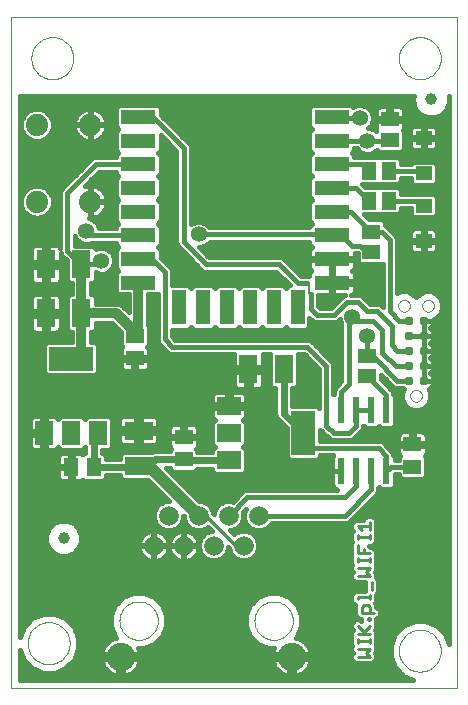
<source format=gtl>
G75*
%MOIN*%
%OFA0B0*%
%FSLAX24Y24*%
%IPPOS*%
%LPD*%
%AMOC8*
5,1,8,0,0,1.08239X$1,22.5*
%
%ADD10C,0.0000*%
%ADD11C,0.0100*%
%ADD12R,0.0591X0.0512*%
%ADD13R,0.0512X0.0591*%
%ADD14C,0.0394*%
%ADD15R,0.0630X0.0945*%
%ADD16C,0.0654*%
%ADD17C,0.0945*%
%ADD18R,0.0236X0.0866*%
%ADD19R,0.1181X0.0472*%
%ADD20R,0.0472X0.1181*%
%ADD21R,0.0551X0.0472*%
%ADD22R,0.0787X0.0591*%
%ADD23R,0.0787X0.1496*%
%ADD24R,0.0591X0.0787*%
%ADD25R,0.1496X0.0787*%
%ADD26C,0.0740*%
%ADD27R,0.0945X0.0630*%
%ADD28C,0.0310*%
%ADD29C,0.0160*%
%ADD30C,0.0497*%
%ADD31C,0.0400*%
%ADD32C,0.0120*%
%ADD33C,0.0240*%
%ADD34C,0.0320*%
%ADD35C,0.0536*%
%ADD36C,0.0080*%
D10*
X000180Y000954D02*
X000180Y023325D01*
X015050Y023325D01*
X015050Y000954D01*
X000180Y000954D01*
X000730Y002454D02*
X000732Y002506D01*
X000738Y002558D01*
X000748Y002610D01*
X000761Y002660D01*
X000778Y002710D01*
X000799Y002758D01*
X000824Y002804D01*
X000852Y002848D01*
X000883Y002890D01*
X000917Y002930D01*
X000954Y002967D01*
X000994Y003001D01*
X001036Y003032D01*
X001080Y003060D01*
X001126Y003085D01*
X001174Y003106D01*
X001224Y003123D01*
X001274Y003136D01*
X001326Y003146D01*
X001378Y003152D01*
X001430Y003154D01*
X001482Y003152D01*
X001534Y003146D01*
X001586Y003136D01*
X001636Y003123D01*
X001686Y003106D01*
X001734Y003085D01*
X001780Y003060D01*
X001824Y003032D01*
X001866Y003001D01*
X001906Y002967D01*
X001943Y002930D01*
X001977Y002890D01*
X002008Y002848D01*
X002036Y002804D01*
X002061Y002758D01*
X002082Y002710D01*
X002099Y002660D01*
X002112Y002610D01*
X002122Y002558D01*
X002128Y002506D01*
X002130Y002454D01*
X002128Y002402D01*
X002122Y002350D01*
X002112Y002298D01*
X002099Y002248D01*
X002082Y002198D01*
X002061Y002150D01*
X002036Y002104D01*
X002008Y002060D01*
X001977Y002018D01*
X001943Y001978D01*
X001906Y001941D01*
X001866Y001907D01*
X001824Y001876D01*
X001780Y001848D01*
X001734Y001823D01*
X001686Y001802D01*
X001636Y001785D01*
X001586Y001772D01*
X001534Y001762D01*
X001482Y001756D01*
X001430Y001754D01*
X001378Y001756D01*
X001326Y001762D01*
X001274Y001772D01*
X001224Y001785D01*
X001174Y001802D01*
X001126Y001823D01*
X001080Y001848D01*
X001036Y001876D01*
X000994Y001907D01*
X000954Y001941D01*
X000917Y001978D01*
X000883Y002018D01*
X000852Y002060D01*
X000824Y002104D01*
X000799Y002150D01*
X000778Y002198D01*
X000761Y002248D01*
X000748Y002298D01*
X000738Y002350D01*
X000732Y002402D01*
X000730Y002454D01*
X003790Y003204D02*
X003792Y003254D01*
X003798Y003304D01*
X003808Y003353D01*
X003821Y003402D01*
X003839Y003449D01*
X003860Y003495D01*
X003884Y003538D01*
X003912Y003580D01*
X003943Y003620D01*
X003977Y003657D01*
X004014Y003691D01*
X004054Y003722D01*
X004096Y003750D01*
X004139Y003774D01*
X004185Y003795D01*
X004232Y003813D01*
X004281Y003826D01*
X004330Y003836D01*
X004380Y003842D01*
X004430Y003844D01*
X004480Y003842D01*
X004530Y003836D01*
X004579Y003826D01*
X004628Y003813D01*
X004675Y003795D01*
X004721Y003774D01*
X004764Y003750D01*
X004806Y003722D01*
X004846Y003691D01*
X004883Y003657D01*
X004917Y003620D01*
X004948Y003580D01*
X004976Y003538D01*
X005000Y003495D01*
X005021Y003449D01*
X005039Y003402D01*
X005052Y003353D01*
X005062Y003304D01*
X005068Y003254D01*
X005070Y003204D01*
X005068Y003154D01*
X005062Y003104D01*
X005052Y003055D01*
X005039Y003006D01*
X005021Y002959D01*
X005000Y002913D01*
X004976Y002870D01*
X004948Y002828D01*
X004917Y002788D01*
X004883Y002751D01*
X004846Y002717D01*
X004806Y002686D01*
X004764Y002658D01*
X004721Y002634D01*
X004675Y002613D01*
X004628Y002595D01*
X004579Y002582D01*
X004530Y002572D01*
X004480Y002566D01*
X004430Y002564D01*
X004380Y002566D01*
X004330Y002572D01*
X004281Y002582D01*
X004232Y002595D01*
X004185Y002613D01*
X004139Y002634D01*
X004096Y002658D01*
X004054Y002686D01*
X004014Y002717D01*
X003977Y002751D01*
X003943Y002788D01*
X003912Y002828D01*
X003884Y002870D01*
X003860Y002913D01*
X003839Y002959D01*
X003821Y003006D01*
X003808Y003055D01*
X003798Y003104D01*
X003792Y003154D01*
X003790Y003204D01*
X008290Y003204D02*
X008292Y003254D01*
X008298Y003304D01*
X008308Y003353D01*
X008321Y003402D01*
X008339Y003449D01*
X008360Y003495D01*
X008384Y003538D01*
X008412Y003580D01*
X008443Y003620D01*
X008477Y003657D01*
X008514Y003691D01*
X008554Y003722D01*
X008596Y003750D01*
X008639Y003774D01*
X008685Y003795D01*
X008732Y003813D01*
X008781Y003826D01*
X008830Y003836D01*
X008880Y003842D01*
X008930Y003844D01*
X008980Y003842D01*
X009030Y003836D01*
X009079Y003826D01*
X009128Y003813D01*
X009175Y003795D01*
X009221Y003774D01*
X009264Y003750D01*
X009306Y003722D01*
X009346Y003691D01*
X009383Y003657D01*
X009417Y003620D01*
X009448Y003580D01*
X009476Y003538D01*
X009500Y003495D01*
X009521Y003449D01*
X009539Y003402D01*
X009552Y003353D01*
X009562Y003304D01*
X009568Y003254D01*
X009570Y003204D01*
X009568Y003154D01*
X009562Y003104D01*
X009552Y003055D01*
X009539Y003006D01*
X009521Y002959D01*
X009500Y002913D01*
X009476Y002870D01*
X009448Y002828D01*
X009417Y002788D01*
X009383Y002751D01*
X009346Y002717D01*
X009306Y002686D01*
X009264Y002658D01*
X009221Y002634D01*
X009175Y002613D01*
X009128Y002595D01*
X009079Y002582D01*
X009030Y002572D01*
X008980Y002566D01*
X008930Y002564D01*
X008880Y002566D01*
X008830Y002572D01*
X008781Y002582D01*
X008732Y002595D01*
X008685Y002613D01*
X008639Y002634D01*
X008596Y002658D01*
X008554Y002686D01*
X008514Y002717D01*
X008477Y002751D01*
X008443Y002788D01*
X008412Y002828D01*
X008384Y002870D01*
X008360Y002913D01*
X008339Y002959D01*
X008321Y003006D01*
X008308Y003055D01*
X008298Y003104D01*
X008292Y003154D01*
X008290Y003204D01*
X013483Y010704D02*
X013485Y010731D01*
X013491Y010758D01*
X013500Y010784D01*
X013513Y010808D01*
X013529Y010831D01*
X013548Y010850D01*
X013570Y010867D01*
X013594Y010881D01*
X013619Y010891D01*
X013646Y010898D01*
X013673Y010901D01*
X013701Y010900D01*
X013728Y010895D01*
X013754Y010887D01*
X013778Y010875D01*
X013801Y010859D01*
X013822Y010841D01*
X013839Y010820D01*
X013854Y010796D01*
X013865Y010771D01*
X013873Y010745D01*
X013877Y010718D01*
X013877Y010690D01*
X013873Y010663D01*
X013865Y010637D01*
X013854Y010612D01*
X013839Y010588D01*
X013822Y010567D01*
X013801Y010549D01*
X013779Y010533D01*
X013754Y010521D01*
X013728Y010513D01*
X013701Y010508D01*
X013673Y010507D01*
X013646Y010510D01*
X013619Y010517D01*
X013594Y010527D01*
X013570Y010541D01*
X013548Y010558D01*
X013529Y010577D01*
X013513Y010600D01*
X013500Y010624D01*
X013491Y010650D01*
X013485Y010677D01*
X013483Y010704D01*
X013083Y013704D02*
X013085Y013731D01*
X013091Y013758D01*
X013100Y013784D01*
X013113Y013808D01*
X013129Y013831D01*
X013148Y013850D01*
X013170Y013867D01*
X013194Y013881D01*
X013219Y013891D01*
X013246Y013898D01*
X013273Y013901D01*
X013301Y013900D01*
X013328Y013895D01*
X013354Y013887D01*
X013378Y013875D01*
X013401Y013859D01*
X013422Y013841D01*
X013439Y013820D01*
X013454Y013796D01*
X013465Y013771D01*
X013473Y013745D01*
X013477Y013718D01*
X013477Y013690D01*
X013473Y013663D01*
X013465Y013637D01*
X013454Y013612D01*
X013439Y013588D01*
X013422Y013567D01*
X013401Y013549D01*
X013379Y013533D01*
X013354Y013521D01*
X013328Y013513D01*
X013301Y013508D01*
X013273Y013507D01*
X013246Y013510D01*
X013219Y013517D01*
X013194Y013527D01*
X013170Y013541D01*
X013148Y013558D01*
X013129Y013577D01*
X013113Y013600D01*
X013100Y013624D01*
X013091Y013650D01*
X013085Y013677D01*
X013083Y013704D01*
X013883Y013704D02*
X013885Y013731D01*
X013891Y013758D01*
X013900Y013784D01*
X013913Y013808D01*
X013929Y013831D01*
X013948Y013850D01*
X013970Y013867D01*
X013994Y013881D01*
X014019Y013891D01*
X014046Y013898D01*
X014073Y013901D01*
X014101Y013900D01*
X014128Y013895D01*
X014154Y013887D01*
X014178Y013875D01*
X014201Y013859D01*
X014222Y013841D01*
X014239Y013820D01*
X014254Y013796D01*
X014265Y013771D01*
X014273Y013745D01*
X014277Y013718D01*
X014277Y013690D01*
X014273Y013663D01*
X014265Y013637D01*
X014254Y013612D01*
X014239Y013588D01*
X014222Y013567D01*
X014201Y013549D01*
X014179Y013533D01*
X014154Y013521D01*
X014128Y013513D01*
X014101Y013508D01*
X014073Y013507D01*
X014046Y013510D01*
X014019Y013517D01*
X013994Y013527D01*
X013970Y013541D01*
X013948Y013558D01*
X013929Y013577D01*
X013913Y013600D01*
X013900Y013624D01*
X013891Y013650D01*
X013885Y013677D01*
X013883Y013704D01*
X013105Y021954D02*
X013107Y022006D01*
X013113Y022058D01*
X013123Y022110D01*
X013136Y022160D01*
X013153Y022210D01*
X013174Y022258D01*
X013199Y022304D01*
X013227Y022348D01*
X013258Y022390D01*
X013292Y022430D01*
X013329Y022467D01*
X013369Y022501D01*
X013411Y022532D01*
X013455Y022560D01*
X013501Y022585D01*
X013549Y022606D01*
X013599Y022623D01*
X013649Y022636D01*
X013701Y022646D01*
X013753Y022652D01*
X013805Y022654D01*
X013857Y022652D01*
X013909Y022646D01*
X013961Y022636D01*
X014011Y022623D01*
X014061Y022606D01*
X014109Y022585D01*
X014155Y022560D01*
X014199Y022532D01*
X014241Y022501D01*
X014281Y022467D01*
X014318Y022430D01*
X014352Y022390D01*
X014383Y022348D01*
X014411Y022304D01*
X014436Y022258D01*
X014457Y022210D01*
X014474Y022160D01*
X014487Y022110D01*
X014497Y022058D01*
X014503Y022006D01*
X014505Y021954D01*
X014503Y021902D01*
X014497Y021850D01*
X014487Y021798D01*
X014474Y021748D01*
X014457Y021698D01*
X014436Y021650D01*
X014411Y021604D01*
X014383Y021560D01*
X014352Y021518D01*
X014318Y021478D01*
X014281Y021441D01*
X014241Y021407D01*
X014199Y021376D01*
X014155Y021348D01*
X014109Y021323D01*
X014061Y021302D01*
X014011Y021285D01*
X013961Y021272D01*
X013909Y021262D01*
X013857Y021256D01*
X013805Y021254D01*
X013753Y021256D01*
X013701Y021262D01*
X013649Y021272D01*
X013599Y021285D01*
X013549Y021302D01*
X013501Y021323D01*
X013455Y021348D01*
X013411Y021376D01*
X013369Y021407D01*
X013329Y021441D01*
X013292Y021478D01*
X013258Y021518D01*
X013227Y021560D01*
X013199Y021604D01*
X013174Y021650D01*
X013153Y021698D01*
X013136Y021748D01*
X013123Y021798D01*
X013113Y021850D01*
X013107Y021902D01*
X013105Y021954D01*
X000855Y021954D02*
X000857Y022006D01*
X000863Y022058D01*
X000873Y022110D01*
X000886Y022160D01*
X000903Y022210D01*
X000924Y022258D01*
X000949Y022304D01*
X000977Y022348D01*
X001008Y022390D01*
X001042Y022430D01*
X001079Y022467D01*
X001119Y022501D01*
X001161Y022532D01*
X001205Y022560D01*
X001251Y022585D01*
X001299Y022606D01*
X001349Y022623D01*
X001399Y022636D01*
X001451Y022646D01*
X001503Y022652D01*
X001555Y022654D01*
X001607Y022652D01*
X001659Y022646D01*
X001711Y022636D01*
X001761Y022623D01*
X001811Y022606D01*
X001859Y022585D01*
X001905Y022560D01*
X001949Y022532D01*
X001991Y022501D01*
X002031Y022467D01*
X002068Y022430D01*
X002102Y022390D01*
X002133Y022348D01*
X002161Y022304D01*
X002186Y022258D01*
X002207Y022210D01*
X002224Y022160D01*
X002237Y022110D01*
X002247Y022058D01*
X002253Y022006D01*
X002255Y021954D01*
X002253Y021902D01*
X002247Y021850D01*
X002237Y021798D01*
X002224Y021748D01*
X002207Y021698D01*
X002186Y021650D01*
X002161Y021604D01*
X002133Y021560D01*
X002102Y021518D01*
X002068Y021478D01*
X002031Y021441D01*
X001991Y021407D01*
X001949Y021376D01*
X001905Y021348D01*
X001859Y021323D01*
X001811Y021302D01*
X001761Y021285D01*
X001711Y021272D01*
X001659Y021262D01*
X001607Y021256D01*
X001555Y021254D01*
X001503Y021256D01*
X001451Y021262D01*
X001399Y021272D01*
X001349Y021285D01*
X001299Y021302D01*
X001251Y021323D01*
X001205Y021348D01*
X001161Y021376D01*
X001119Y021407D01*
X001079Y021441D01*
X001042Y021478D01*
X001008Y021518D01*
X000977Y021560D01*
X000949Y021604D01*
X000924Y021650D01*
X000903Y021698D01*
X000886Y021748D01*
X000873Y021798D01*
X000863Y021850D01*
X000857Y021902D01*
X000855Y021954D01*
X013105Y002204D02*
X013107Y002256D01*
X013113Y002308D01*
X013123Y002360D01*
X013136Y002410D01*
X013153Y002460D01*
X013174Y002508D01*
X013199Y002554D01*
X013227Y002598D01*
X013258Y002640D01*
X013292Y002680D01*
X013329Y002717D01*
X013369Y002751D01*
X013411Y002782D01*
X013455Y002810D01*
X013501Y002835D01*
X013549Y002856D01*
X013599Y002873D01*
X013649Y002886D01*
X013701Y002896D01*
X013753Y002902D01*
X013805Y002904D01*
X013857Y002902D01*
X013909Y002896D01*
X013961Y002886D01*
X014011Y002873D01*
X014061Y002856D01*
X014109Y002835D01*
X014155Y002810D01*
X014199Y002782D01*
X014241Y002751D01*
X014281Y002717D01*
X014318Y002680D01*
X014352Y002640D01*
X014383Y002598D01*
X014411Y002554D01*
X014436Y002508D01*
X014457Y002460D01*
X014474Y002410D01*
X014487Y002360D01*
X014497Y002308D01*
X014503Y002256D01*
X014505Y002204D01*
X014503Y002152D01*
X014497Y002100D01*
X014487Y002048D01*
X014474Y001998D01*
X014457Y001948D01*
X014436Y001900D01*
X014411Y001854D01*
X014383Y001810D01*
X014352Y001768D01*
X014318Y001728D01*
X014281Y001691D01*
X014241Y001657D01*
X014199Y001626D01*
X014155Y001598D01*
X014109Y001573D01*
X014061Y001552D01*
X014011Y001535D01*
X013961Y001522D01*
X013909Y001512D01*
X013857Y001506D01*
X013805Y001504D01*
X013753Y001506D01*
X013701Y001512D01*
X013649Y001522D01*
X013599Y001535D01*
X013549Y001552D01*
X013501Y001573D01*
X013455Y001598D01*
X013411Y001626D01*
X013369Y001657D01*
X013329Y001691D01*
X013292Y001728D01*
X013258Y001768D01*
X013227Y001810D01*
X013199Y001854D01*
X013174Y001900D01*
X013153Y001948D01*
X013136Y001998D01*
X013123Y002048D01*
X013113Y002100D01*
X013107Y002152D01*
X013105Y002204D01*
D11*
X012263Y003462D02*
X011863Y003462D01*
X011863Y003662D01*
X011930Y003729D01*
X012063Y003729D01*
X012130Y003662D01*
X012130Y003462D01*
X012130Y003298D02*
X012130Y003231D01*
X012063Y003231D01*
X012063Y003298D01*
X012130Y003298D01*
X012130Y003038D02*
X011930Y002838D01*
X011997Y002771D02*
X011730Y003038D01*
X011730Y002771D02*
X012130Y002771D01*
X012130Y002598D02*
X012130Y002464D01*
X012130Y002531D02*
X011730Y002531D01*
X011730Y002464D02*
X011730Y002598D01*
X011730Y002271D02*
X012130Y002271D01*
X011997Y002137D01*
X012130Y002004D01*
X011730Y002004D01*
X011730Y003922D02*
X011730Y003989D01*
X012130Y003989D01*
X012130Y003922D02*
X012130Y004056D01*
X012197Y004229D02*
X012197Y004496D01*
X012130Y004689D02*
X011997Y004823D01*
X012130Y004956D01*
X011730Y004956D01*
X011730Y005150D02*
X011730Y005283D01*
X011730Y005217D02*
X012130Y005217D01*
X012130Y005283D02*
X012130Y005150D01*
X012130Y004689D02*
X011730Y004689D01*
X011730Y005457D02*
X011730Y005724D01*
X011730Y005917D02*
X011730Y006051D01*
X011730Y005984D02*
X012130Y005984D01*
X012130Y005917D02*
X012130Y006051D01*
X012130Y006224D02*
X012130Y006491D01*
X012130Y006357D02*
X011730Y006357D01*
X011863Y006224D01*
X011930Y005590D02*
X011930Y005457D01*
X012130Y005457D02*
X011730Y005457D01*
D12*
X013555Y008330D03*
X013555Y009078D03*
X012055Y011369D03*
X012055Y012038D03*
X012180Y015494D03*
X012180Y016163D03*
X012805Y019244D03*
X012805Y019913D03*
X005930Y009328D03*
X005930Y008580D03*
X004305Y011955D03*
X004305Y012703D03*
D13*
X002929Y008329D03*
X002181Y008329D03*
X012095Y017204D03*
X012765Y017204D03*
X012765Y018204D03*
X012095Y018204D03*
D14*
X014180Y020579D03*
X001930Y005954D03*
D15*
X001339Y013454D03*
X001339Y015079D03*
X002521Y015079D03*
X002521Y013454D03*
X008089Y011579D03*
X009271Y011579D03*
D16*
X008430Y006704D03*
X007930Y005704D03*
X007430Y006704D03*
X006930Y005704D03*
X006430Y006704D03*
X005930Y005704D03*
X005430Y006704D03*
X004930Y005704D03*
D17*
X003830Y002004D03*
X009530Y002004D03*
D18*
X011180Y008180D03*
X011680Y008180D03*
X012180Y008180D03*
X012680Y008180D03*
X012680Y010227D03*
X012180Y010227D03*
X011680Y010227D03*
X011180Y010227D03*
D19*
X010869Y014475D03*
X010869Y015263D03*
X010869Y016050D03*
X010869Y016838D03*
X010869Y017625D03*
X010869Y018412D03*
X010869Y019200D03*
X010869Y019987D03*
X004412Y019987D03*
X004412Y019200D03*
X004412Y018412D03*
X004412Y017625D03*
X004412Y016838D03*
X004412Y016050D03*
X004412Y015263D03*
X004412Y014475D03*
D20*
X005790Y013649D03*
X006578Y013649D03*
X007365Y013649D03*
X008152Y013649D03*
X008940Y013649D03*
X009727Y013649D03*
D21*
X013930Y015863D03*
X013930Y017044D03*
X013930Y018113D03*
X013930Y019294D03*
D22*
X007440Y010359D03*
X007440Y009454D03*
X007440Y008548D03*
D23*
X009920Y009454D03*
D24*
X003086Y009464D03*
X002180Y009464D03*
X001274Y009464D03*
D25*
X002180Y011944D03*
D26*
X002820Y017174D03*
X002820Y019734D03*
X001040Y019734D03*
X001040Y017174D03*
D27*
X004430Y009544D03*
X004430Y008363D03*
D28*
X013430Y011204D03*
X013430Y011704D03*
X013430Y012204D03*
X013430Y012704D03*
X013430Y013204D03*
X013930Y013204D03*
X013930Y012704D03*
X013930Y012204D03*
X013930Y011704D03*
X013930Y011204D03*
D29*
X013930Y011704D01*
X013930Y012204D01*
X013930Y012704D01*
X013930Y013204D01*
X014265Y013204D01*
X014265Y013237D01*
X014260Y013262D01*
X014350Y013300D01*
X014484Y013434D01*
X014557Y013609D01*
X014557Y013799D01*
X014484Y013974D01*
X014350Y014108D01*
X014175Y014181D01*
X013985Y014181D01*
X013810Y014108D01*
X013680Y013978D01*
X013550Y014108D01*
X013375Y014181D01*
X013185Y014181D01*
X013045Y014123D01*
X013045Y015939D01*
X013008Y016027D01*
X012736Y016299D01*
X012669Y016367D01*
X012635Y016381D01*
X012635Y016486D01*
X012542Y016579D01*
X012104Y016579D01*
X011934Y016749D01*
X012418Y016749D01*
X012430Y016761D01*
X012442Y016749D01*
X013087Y016749D01*
X013181Y016842D01*
X013181Y016964D01*
X013494Y016964D01*
X013494Y016742D01*
X013588Y016648D01*
X014272Y016648D01*
X014366Y016742D01*
X014366Y017347D01*
X014272Y017441D01*
X013826Y017441D01*
X013818Y017444D01*
X013181Y017444D01*
X013181Y017565D01*
X013087Y017659D01*
X012442Y017659D01*
X012430Y017647D01*
X012418Y017659D01*
X011979Y017659D01*
X011890Y017749D01*
X012418Y017749D01*
X012430Y017761D01*
X012442Y017749D01*
X013087Y017749D01*
X013181Y017842D01*
X013181Y017964D01*
X013494Y017964D01*
X013494Y017811D01*
X013588Y017717D01*
X014272Y017717D01*
X014366Y017811D01*
X014366Y018416D01*
X014272Y018509D01*
X013588Y018509D01*
X013522Y018444D01*
X013181Y018444D01*
X013181Y018565D01*
X013087Y018659D01*
X012442Y018659D01*
X012430Y018647D01*
X012418Y018659D01*
X011773Y018659D01*
X011767Y018652D01*
X011620Y018652D01*
X011620Y018715D01*
X011528Y018806D01*
X011620Y018897D01*
X011620Y018960D01*
X011693Y018960D01*
X011812Y018841D01*
X011970Y018776D01*
X012140Y018776D01*
X012298Y018841D01*
X012364Y018908D01*
X012443Y018828D01*
X013167Y018828D01*
X013260Y018922D01*
X013260Y019566D01*
X013257Y019569D01*
X013268Y019588D01*
X013280Y019634D01*
X013280Y019865D01*
X012853Y019865D01*
X012853Y019961D01*
X013280Y019961D01*
X013280Y020193D01*
X013268Y020239D01*
X013244Y020280D01*
X013211Y020313D01*
X013170Y020337D01*
X013124Y020349D01*
X012853Y020349D01*
X012853Y019961D01*
X012757Y019961D01*
X012757Y019865D01*
X012330Y019865D01*
X012330Y019634D01*
X012342Y019588D01*
X012353Y019569D01*
X012350Y019566D01*
X012350Y019514D01*
X012298Y019567D01*
X012140Y019632D01*
X012089Y019632D01*
X012168Y019711D01*
X012233Y019869D01*
X012233Y020039D01*
X012168Y020196D01*
X012048Y020317D01*
X011890Y020382D01*
X011720Y020382D01*
X011584Y020326D01*
X011526Y020383D01*
X010212Y020383D01*
X010118Y020290D01*
X010118Y019685D01*
X010210Y019594D01*
X010118Y019502D01*
X010118Y018897D01*
X010210Y018806D01*
X010118Y018715D01*
X010118Y018110D01*
X010210Y018019D01*
X010118Y017928D01*
X010118Y017323D01*
X010210Y017231D01*
X010118Y017140D01*
X010118Y016535D01*
X010210Y016444D01*
X010118Y016353D01*
X010118Y016319D01*
X006794Y016319D01*
X006793Y016321D01*
X006673Y016442D01*
X006515Y016507D01*
X006345Y016507D01*
X006187Y016442D01*
X006170Y016424D01*
X006170Y019002D01*
X006133Y019090D01*
X006066Y019157D01*
X005163Y020060D01*
X005163Y020290D01*
X005069Y020383D01*
X003755Y020383D01*
X003662Y020290D01*
X003662Y019685D01*
X003753Y019594D01*
X003662Y019502D01*
X003662Y018897D01*
X003753Y018806D01*
X003662Y018715D01*
X003662Y018652D01*
X002966Y018652D01*
X002878Y018616D01*
X002810Y018548D01*
X001852Y017590D01*
X001815Y017502D01*
X001815Y015633D01*
X001798Y015662D01*
X001765Y015695D01*
X001724Y015719D01*
X001678Y015731D01*
X001417Y015731D01*
X001417Y015156D01*
X001834Y015156D01*
X001834Y015450D01*
X001852Y015408D01*
X001919Y015341D01*
X002046Y015214D01*
X002046Y014540D01*
X002139Y014446D01*
X002201Y014446D01*
X002201Y014086D01*
X002139Y014086D01*
X002046Y013992D01*
X002046Y012915D01*
X002139Y012821D01*
X002201Y012821D01*
X002201Y012498D01*
X001366Y012498D01*
X001272Y012404D01*
X001272Y011484D01*
X001366Y011390D01*
X002994Y011390D01*
X003088Y011484D01*
X003088Y012404D01*
X002994Y012498D01*
X002841Y012498D01*
X002841Y012821D01*
X002902Y012821D01*
X002996Y012915D01*
X002996Y013134D01*
X003546Y013134D01*
X003850Y012831D01*
X003850Y012381D01*
X003887Y012343D01*
X003866Y012321D01*
X003842Y012280D01*
X003830Y012234D01*
X003830Y012003D01*
X004257Y012003D01*
X004257Y011907D01*
X003830Y011907D01*
X003830Y011675D01*
X003842Y011629D01*
X003866Y011588D01*
X003899Y011555D01*
X003940Y011531D01*
X003986Y011519D01*
X004257Y011519D01*
X004257Y011907D01*
X004353Y011907D01*
X004353Y012003D01*
X004780Y012003D01*
X004780Y012234D01*
X004768Y012280D01*
X004744Y012321D01*
X004723Y012343D01*
X004760Y012381D01*
X004760Y013025D01*
X004732Y013053D01*
X004732Y014079D01*
X005065Y014079D01*
X005065Y012531D01*
X005102Y012443D01*
X005169Y012375D01*
X005419Y012125D01*
X005507Y012089D01*
X007598Y012089D01*
X007594Y012075D01*
X007594Y011656D01*
X008012Y011656D01*
X008012Y011501D01*
X008167Y011501D01*
X008167Y010926D01*
X008428Y010926D01*
X008474Y010939D01*
X008515Y010962D01*
X008548Y010996D01*
X008572Y011037D01*
X008584Y011083D01*
X008584Y011501D01*
X008167Y011501D01*
X008167Y011656D01*
X008584Y011656D01*
X008584Y012075D01*
X008581Y012089D01*
X008796Y012089D01*
X008796Y011040D01*
X008889Y010946D01*
X008991Y010946D01*
X008991Y010048D01*
X009033Y009945D01*
X009366Y009612D01*
X009366Y008639D01*
X009460Y008546D01*
X010380Y008546D01*
X010474Y008639D01*
X010474Y008714D01*
X010912Y008714D01*
X010894Y008683D01*
X010882Y008637D01*
X010882Y008180D01*
X010882Y007723D01*
X010894Y007678D01*
X010918Y007637D01*
X010951Y007603D01*
X010992Y007579D01*
X011032Y007569D01*
X008007Y007569D01*
X007919Y007532D01*
X007852Y007465D01*
X007563Y007176D01*
X007527Y007191D01*
X007333Y007191D01*
X007154Y007117D01*
X007017Y006980D01*
X006943Y006801D01*
X006943Y006752D01*
X006917Y006778D01*
X006917Y006801D01*
X006843Y006980D01*
X006706Y007117D01*
X006527Y007191D01*
X006452Y007191D01*
X005343Y008300D01*
X005475Y008300D01*
X005475Y008258D01*
X005568Y008164D01*
X006292Y008164D01*
X006385Y008258D01*
X006385Y008268D01*
X006886Y008268D01*
X006886Y008187D01*
X006980Y008093D01*
X007900Y008093D01*
X007994Y008187D01*
X007994Y008910D01*
X007902Y009001D01*
X007994Y009092D01*
X007994Y009815D01*
X007909Y009900D01*
X007944Y009920D01*
X007978Y009953D01*
X008001Y009995D01*
X008014Y010040D01*
X008014Y010292D01*
X007507Y010292D01*
X007507Y010427D01*
X007372Y010427D01*
X007372Y010292D01*
X006866Y010292D01*
X006866Y010040D01*
X006878Y009995D01*
X006902Y009953D01*
X006936Y009920D01*
X006971Y009900D01*
X006886Y009815D01*
X006886Y009092D01*
X006977Y009001D01*
X006886Y008910D01*
X006886Y008828D01*
X006385Y008828D01*
X006385Y008902D01*
X006348Y008940D01*
X006369Y008961D01*
X006393Y009002D01*
X006405Y009048D01*
X006405Y009280D01*
X005978Y009280D01*
X005978Y009376D01*
X005882Y009376D01*
X005882Y009764D01*
X005611Y009764D01*
X005565Y009751D01*
X005524Y009728D01*
X005491Y009694D01*
X005467Y009653D01*
X005455Y009607D01*
X005455Y009376D01*
X005882Y009376D01*
X005882Y009280D01*
X005455Y009280D01*
X005455Y009048D01*
X005467Y009002D01*
X005491Y008961D01*
X005512Y008940D01*
X005475Y008902D01*
X005475Y008860D01*
X004931Y008860D01*
X004879Y008838D01*
X003891Y008838D01*
X003798Y008744D01*
X003798Y008609D01*
X003345Y008609D01*
X003345Y008690D01*
X003251Y008784D01*
X003209Y008784D01*
X003209Y008910D01*
X003447Y008910D01*
X003541Y009004D01*
X003541Y009924D01*
X003447Y010017D01*
X002724Y010017D01*
X002633Y009926D01*
X002542Y010017D01*
X001818Y010017D01*
X001734Y009933D01*
X001714Y009968D01*
X001680Y010001D01*
X001639Y010025D01*
X001593Y010037D01*
X001342Y010037D01*
X001342Y009531D01*
X001207Y009531D01*
X001207Y009396D01*
X001342Y009396D01*
X001342Y008890D01*
X001593Y008890D01*
X001639Y008902D01*
X001680Y008926D01*
X001714Y008959D01*
X001734Y008994D01*
X001818Y008910D01*
X002542Y008910D01*
X002633Y009001D01*
X002649Y008985D01*
X002649Y008784D01*
X002607Y008784D01*
X002569Y008746D01*
X002547Y008768D01*
X002506Y008792D01*
X002461Y008804D01*
X002229Y008804D01*
X002229Y008377D01*
X002133Y008377D01*
X002133Y008804D01*
X001901Y008804D01*
X001856Y008792D01*
X001815Y008768D01*
X001781Y008735D01*
X001757Y008694D01*
X001745Y008648D01*
X001745Y008377D01*
X002133Y008377D01*
X002133Y008281D01*
X001745Y008281D01*
X001745Y008010D01*
X001757Y007964D01*
X001781Y007923D01*
X001815Y007889D01*
X001856Y007866D01*
X001901Y007854D01*
X002133Y007854D01*
X002133Y008281D01*
X002229Y008281D01*
X002229Y007854D01*
X002461Y007854D01*
X002506Y007866D01*
X002547Y007889D01*
X002569Y007911D01*
X002607Y007874D01*
X003251Y007874D01*
X003345Y007967D01*
X003345Y008049D01*
X003798Y008049D01*
X003798Y007982D01*
X003891Y007888D01*
X004736Y007888D01*
X005434Y007191D01*
X005333Y007191D01*
X005154Y007117D01*
X005017Y006980D01*
X004943Y006801D01*
X004943Y006607D01*
X005017Y006428D01*
X005154Y006291D01*
X005333Y006217D01*
X005527Y006217D01*
X005706Y006291D01*
X005843Y006428D01*
X005917Y006607D01*
X005917Y006707D01*
X005943Y006682D01*
X005943Y006607D01*
X006017Y006428D01*
X006154Y006291D01*
X006333Y006217D01*
X006527Y006217D01*
X006706Y006291D01*
X006744Y006329D01*
X006882Y006191D01*
X006833Y006191D01*
X006654Y006117D01*
X006517Y005980D01*
X006443Y005801D01*
X006443Y005607D01*
X006517Y005428D01*
X006654Y005291D01*
X006833Y005217D01*
X007027Y005217D01*
X007206Y005291D01*
X007343Y005428D01*
X007417Y005607D01*
X007417Y005655D01*
X007443Y005630D01*
X007443Y005607D01*
X007517Y005428D01*
X007654Y005291D01*
X007833Y005217D01*
X008027Y005217D01*
X008206Y005291D01*
X008343Y005428D01*
X008417Y005607D01*
X008417Y005801D01*
X008343Y005980D01*
X008206Y006117D01*
X008027Y006191D01*
X007833Y006191D01*
X007654Y006117D01*
X007616Y006079D01*
X007478Y006217D01*
X007527Y006217D01*
X007706Y006291D01*
X007843Y006428D01*
X007917Y006607D01*
X007917Y006801D01*
X007902Y006837D01*
X007997Y006931D01*
X007943Y006801D01*
X007943Y006607D01*
X008017Y006428D01*
X008154Y006291D01*
X008333Y006217D01*
X008527Y006217D01*
X008706Y006291D01*
X008843Y006428D01*
X008858Y006464D01*
X011353Y006464D01*
X011441Y006500D01*
X012316Y007375D01*
X012383Y007443D01*
X012420Y007531D01*
X012420Y007643D01*
X012430Y007653D01*
X012496Y007587D01*
X012864Y007587D01*
X012958Y007681D01*
X012958Y008090D01*
X013100Y008090D01*
X013100Y008008D01*
X013193Y007914D01*
X013917Y007914D01*
X014010Y008008D01*
X014010Y008652D01*
X013973Y008690D01*
X013994Y008711D01*
X014018Y008752D01*
X014030Y008798D01*
X014030Y009030D01*
X013603Y009030D01*
X013603Y009126D01*
X013507Y009126D01*
X013507Y009514D01*
X013236Y009514D01*
X013190Y009501D01*
X013149Y009478D01*
X013116Y009444D01*
X013092Y009403D01*
X013080Y009357D01*
X013080Y009126D01*
X013507Y009126D01*
X013507Y009030D01*
X013080Y009030D01*
X013080Y008798D01*
X013092Y008752D01*
X013116Y008711D01*
X013137Y008690D01*
X013100Y008652D01*
X013100Y008570D01*
X012958Y008570D01*
X012958Y008680D01*
X012920Y008718D01*
X012920Y008752D01*
X012883Y008840D01*
X012816Y008907D01*
X012566Y009157D01*
X012478Y009194D01*
X010474Y009194D01*
X010474Y009574D01*
X010477Y009568D01*
X010544Y009500D01*
X010794Y009250D01*
X010882Y009214D01*
X011478Y009214D01*
X011566Y009250D01*
X011633Y009318D01*
X011883Y009568D01*
X011920Y009656D01*
X011920Y009690D01*
X011930Y009700D01*
X011996Y009634D01*
X012364Y009634D01*
X012430Y009700D01*
X012496Y009634D01*
X012864Y009634D01*
X012958Y009728D01*
X012958Y010727D01*
X012920Y010765D01*
X012920Y010792D01*
X012883Y010880D01*
X012510Y011253D01*
X012510Y011409D01*
X012919Y011000D01*
X013007Y010964D01*
X013103Y010964D01*
X013225Y010964D01*
X013252Y010937D01*
X013259Y010934D01*
X013203Y010799D01*
X013203Y010609D01*
X013276Y010434D01*
X013410Y010300D01*
X013585Y010227D01*
X013775Y010227D01*
X013950Y010300D01*
X014084Y010434D01*
X014157Y010609D01*
X014157Y010799D01*
X014107Y010919D01*
X014144Y010944D01*
X014190Y010990D01*
X014227Y011045D01*
X014252Y011106D01*
X014265Y011171D01*
X014265Y011204D01*
X014265Y011237D01*
X014252Y011301D01*
X014227Y011362D01*
X014190Y011417D01*
X014154Y011454D01*
X014190Y011490D01*
X014227Y011545D01*
X014252Y011606D01*
X014265Y011671D01*
X014265Y011704D01*
X014265Y011737D01*
X014252Y011801D01*
X014227Y011862D01*
X014190Y011917D01*
X014154Y011954D01*
X014190Y011990D01*
X014227Y012045D01*
X014252Y012106D01*
X014265Y012171D01*
X014265Y012204D01*
X014265Y012237D01*
X014252Y012301D01*
X014227Y012362D01*
X014190Y012417D01*
X014154Y012454D01*
X014190Y012490D01*
X014227Y012545D01*
X014252Y012606D01*
X014265Y012671D01*
X014265Y012704D01*
X014265Y012737D01*
X014252Y012801D01*
X014227Y012862D01*
X014190Y012917D01*
X014154Y012954D01*
X014190Y012990D01*
X014227Y013045D01*
X014252Y013106D01*
X014265Y013171D01*
X014265Y013204D01*
X013930Y013204D01*
X013930Y013204D01*
X013930Y012704D01*
X013930Y012704D01*
X013930Y012869D01*
X013930Y013204D01*
X013930Y013204D01*
X013930Y013158D02*
X013930Y013158D01*
X013930Y013000D02*
X013930Y013000D01*
X013930Y012841D02*
X013930Y012841D01*
X013930Y012704D02*
X014265Y012704D01*
X013930Y012704D01*
X013930Y012704D01*
X013930Y012704D01*
X013765Y012704D01*
X013430Y012704D01*
X013430Y012704D01*
X013930Y012704D01*
X013930Y012204D01*
X013930Y012204D01*
X013930Y012369D01*
X013930Y012704D01*
X013430Y012704D01*
X013430Y013204D02*
X013118Y013204D01*
X012805Y013516D01*
X012805Y015891D01*
X012533Y016163D01*
X012180Y016163D01*
X011506Y016838D01*
X010869Y016838D01*
X010898Y016079D02*
X010869Y016050D01*
X010840Y016079D01*
X006430Y016079D01*
X006673Y015716D02*
X006793Y015836D01*
X006794Y015839D01*
X010118Y015839D01*
X010118Y015748D01*
X010203Y015663D01*
X010168Y015643D01*
X010134Y015610D01*
X010111Y015569D01*
X010098Y015523D01*
X010098Y015301D01*
X010831Y015301D01*
X010831Y015225D01*
X010098Y015225D01*
X010098Y015003D01*
X010111Y014957D01*
X010134Y014916D01*
X010168Y014883D01*
X010191Y014869D01*
X010168Y014856D01*
X010134Y014822D01*
X010111Y014781D01*
X010098Y014735D01*
X010098Y014694D01*
X009842Y014694D01*
X009253Y015282D01*
X009165Y015319D01*
X006779Y015319D01*
X006448Y015651D01*
X006515Y015651D01*
X006673Y015716D01*
X006620Y015694D02*
X010172Y015694D01*
X010102Y015536D02*
X006562Y015536D01*
X006721Y015377D02*
X010098Y015377D01*
X010098Y015219D02*
X009317Y015219D01*
X009475Y015060D02*
X010098Y015060D01*
X010149Y014902D02*
X009634Y014902D01*
X009792Y014743D02*
X010101Y014743D01*
X010055Y014454D02*
X009743Y014454D01*
X009118Y015079D01*
X006680Y015079D01*
X005930Y015829D01*
X005930Y018954D01*
X004897Y019987D01*
X004412Y019987D01*
X003662Y019974D02*
X003315Y019974D01*
X003330Y019945D02*
X003290Y020022D01*
X003240Y020092D01*
X003178Y020153D01*
X003108Y020204D01*
X003031Y020243D01*
X002949Y020270D01*
X002863Y020284D01*
X002840Y020284D01*
X002840Y019754D01*
X002800Y019754D01*
X002800Y020284D01*
X002777Y020284D01*
X002691Y020270D01*
X002609Y020243D01*
X002532Y020204D01*
X002462Y020153D01*
X002400Y020092D01*
X002350Y020022D01*
X002310Y019945D01*
X002284Y019863D01*
X002270Y019777D01*
X002270Y019754D01*
X002800Y019754D01*
X002800Y019714D01*
X002270Y019714D01*
X002270Y019690D01*
X002284Y019605D01*
X002310Y019523D01*
X002350Y019446D01*
X002400Y019375D01*
X002462Y019314D01*
X002532Y019263D01*
X002609Y019224D01*
X002691Y019197D01*
X002777Y019184D01*
X002800Y019184D01*
X002800Y019714D01*
X002840Y019714D01*
X002840Y019754D01*
X003370Y019754D01*
X003370Y019777D01*
X003356Y019863D01*
X003330Y019945D01*
X003364Y019815D02*
X003662Y019815D01*
X003690Y019657D02*
X003365Y019657D01*
X003370Y019690D02*
X003356Y019605D01*
X003330Y019523D01*
X003290Y019446D01*
X003240Y019375D01*
X003178Y019314D01*
X003108Y019263D01*
X003031Y019224D01*
X002949Y019197D01*
X002863Y019184D01*
X002840Y019184D01*
X002840Y019714D01*
X003370Y019714D01*
X003370Y019690D01*
X003317Y019498D02*
X003662Y019498D01*
X003662Y019340D02*
X003204Y019340D01*
X002840Y019340D02*
X002800Y019340D01*
X002800Y019498D02*
X002840Y019498D01*
X002840Y019657D02*
X002800Y019657D01*
X002800Y019815D02*
X002840Y019815D01*
X002840Y019974D02*
X002800Y019974D01*
X002800Y020132D02*
X002840Y020132D01*
X003199Y020132D02*
X003662Y020132D01*
X003663Y020291D02*
X000460Y020291D01*
X000460Y020449D02*
X013592Y020449D01*
X013588Y020458D02*
X013678Y020242D01*
X013843Y020076D01*
X014059Y019987D01*
X014293Y019987D01*
X014509Y020076D01*
X014674Y020242D01*
X014764Y020458D01*
X014764Y020692D01*
X014759Y020704D01*
X014770Y020704D01*
X014770Y002435D01*
X014636Y002759D01*
X014360Y003035D01*
X014000Y003184D01*
X013610Y003184D01*
X013250Y003035D01*
X012974Y002759D01*
X012825Y002399D01*
X012825Y002009D01*
X012974Y001649D01*
X013250Y001373D01*
X013586Y001234D01*
X000460Y001234D01*
X000460Y002235D01*
X000599Y001899D01*
X000875Y001623D01*
X001235Y001474D01*
X001625Y001474D01*
X001985Y001623D01*
X002261Y001899D01*
X002410Y002259D01*
X002410Y002649D01*
X002261Y003009D01*
X001985Y003285D01*
X001625Y003434D01*
X001235Y003434D01*
X000875Y003285D01*
X000599Y003009D01*
X000460Y002673D01*
X000460Y020704D01*
X013593Y020704D01*
X013588Y020692D01*
X013588Y020458D01*
X013588Y020608D02*
X000460Y020608D01*
X000740Y020183D02*
X000591Y020034D01*
X000510Y019839D01*
X000510Y019628D01*
X000591Y019434D01*
X000740Y019284D01*
X000935Y019204D01*
X001145Y019204D01*
X001340Y019284D01*
X001489Y019434D01*
X001570Y019628D01*
X001570Y019839D01*
X001489Y020034D01*
X001340Y020183D01*
X001145Y020264D01*
X000935Y020264D01*
X000740Y020183D01*
X000689Y020132D02*
X000460Y020132D01*
X000460Y019974D02*
X000566Y019974D01*
X000510Y019815D02*
X000460Y019815D01*
X000460Y019657D02*
X000510Y019657D01*
X000460Y019498D02*
X000564Y019498D01*
X000460Y019340D02*
X000684Y019340D01*
X000460Y019181D02*
X003662Y019181D01*
X003662Y019023D02*
X000460Y019023D01*
X000460Y018864D02*
X003695Y018864D01*
X003662Y018706D02*
X000460Y018706D01*
X000460Y018547D02*
X002809Y018547D01*
X002651Y018389D02*
X000460Y018389D01*
X000460Y018230D02*
X002492Y018230D01*
X002334Y018072D02*
X000460Y018072D01*
X000460Y017913D02*
X002175Y017913D01*
X002017Y017755D02*
X000460Y017755D01*
X000460Y017596D02*
X000713Y017596D01*
X000740Y017623D02*
X000591Y017474D01*
X000510Y017279D01*
X000510Y017068D01*
X000591Y016874D01*
X000740Y016724D01*
X000935Y016644D01*
X001145Y016644D01*
X001340Y016724D01*
X001489Y016874D01*
X001570Y017068D01*
X001570Y017279D01*
X001489Y017474D01*
X001340Y017623D01*
X001145Y017704D01*
X000935Y017704D01*
X000740Y017623D01*
X000576Y017438D02*
X000460Y017438D01*
X000460Y017279D02*
X000510Y017279D01*
X000510Y017121D02*
X000460Y017121D01*
X000460Y016962D02*
X000554Y016962D01*
X000460Y016804D02*
X000660Y016804D01*
X000460Y016645D02*
X000931Y016645D01*
X001149Y016645D02*
X001815Y016645D01*
X001815Y016487D02*
X000460Y016487D01*
X000460Y016328D02*
X001815Y016328D01*
X001815Y016170D02*
X000460Y016170D01*
X000460Y016011D02*
X001815Y016011D01*
X001815Y015853D02*
X000460Y015853D01*
X000460Y015694D02*
X000913Y015694D01*
X000914Y015695D02*
X000880Y015662D01*
X000857Y015621D01*
X000844Y015575D01*
X000844Y015156D01*
X001262Y015156D01*
X001262Y015001D01*
X001417Y015001D01*
X001417Y014426D01*
X001678Y014426D01*
X001724Y014439D01*
X001765Y014462D01*
X001798Y014496D01*
X001822Y014537D01*
X001834Y014583D01*
X001834Y015001D01*
X001417Y015001D01*
X001417Y015156D01*
X001262Y015156D01*
X001262Y015731D01*
X001001Y015731D01*
X000955Y015719D01*
X000914Y015695D01*
X000844Y015536D02*
X000460Y015536D01*
X000460Y015377D02*
X000844Y015377D01*
X000844Y015219D02*
X000460Y015219D01*
X000460Y015060D02*
X001262Y015060D01*
X001262Y015001D02*
X000844Y015001D01*
X000844Y014583D01*
X000857Y014537D01*
X000880Y014496D01*
X000914Y014462D01*
X000955Y014439D01*
X001001Y014426D01*
X001262Y014426D01*
X001262Y015001D01*
X001262Y014902D02*
X001417Y014902D01*
X001417Y015060D02*
X002046Y015060D01*
X002046Y014902D02*
X001834Y014902D01*
X001834Y014743D02*
X002046Y014743D01*
X002046Y014585D02*
X001834Y014585D01*
X002201Y014426D02*
X000460Y014426D01*
X000460Y014268D02*
X002201Y014268D01*
X002201Y014109D02*
X000460Y014109D01*
X000460Y013951D02*
X000845Y013951D01*
X000844Y013950D02*
X000844Y013531D01*
X001262Y013531D01*
X001262Y013376D01*
X001417Y013376D01*
X001417Y012801D01*
X001678Y012801D01*
X001724Y012814D01*
X001765Y012837D01*
X001798Y012871D01*
X001822Y012912D01*
X001834Y012958D01*
X001834Y013376D01*
X001417Y013376D01*
X001417Y013531D01*
X001834Y013531D01*
X001834Y013950D01*
X001822Y013996D01*
X001798Y014037D01*
X001765Y014070D01*
X001724Y014094D01*
X001678Y014106D01*
X001417Y014106D01*
X001417Y013531D01*
X001262Y013531D01*
X001262Y014106D01*
X001001Y014106D01*
X000955Y014094D01*
X000914Y014070D01*
X000880Y014037D01*
X000857Y013996D01*
X000844Y013950D01*
X000844Y013792D02*
X000460Y013792D01*
X000460Y013634D02*
X000844Y013634D01*
X000844Y013376D02*
X000844Y012958D01*
X000857Y012912D01*
X000880Y012871D01*
X000914Y012837D01*
X000955Y012814D01*
X001001Y012801D01*
X001262Y012801D01*
X001262Y013376D01*
X000844Y013376D01*
X000844Y013317D02*
X000460Y013317D01*
X000460Y013475D02*
X001262Y013475D01*
X001417Y013475D02*
X002046Y013475D01*
X002046Y013317D02*
X001834Y013317D01*
X001834Y013158D02*
X002046Y013158D01*
X002046Y013000D02*
X001834Y013000D01*
X001769Y012841D02*
X002119Y012841D01*
X002201Y012683D02*
X000460Y012683D01*
X000460Y012841D02*
X000910Y012841D01*
X000844Y013000D02*
X000460Y013000D01*
X000460Y013158D02*
X000844Y013158D01*
X001262Y013158D02*
X001417Y013158D01*
X001417Y013000D02*
X001262Y013000D01*
X001262Y012841D02*
X001417Y012841D01*
X001417Y013317D02*
X001262Y013317D01*
X001262Y013634D02*
X001417Y013634D01*
X001417Y013792D02*
X001262Y013792D01*
X001262Y013951D02*
X001417Y013951D01*
X001834Y013951D02*
X002046Y013951D01*
X002046Y013792D02*
X001834Y013792D01*
X001834Y013634D02*
X002046Y013634D01*
X001417Y014585D02*
X001262Y014585D01*
X001262Y014743D02*
X001417Y014743D01*
X001417Y015219D02*
X001262Y015219D01*
X001262Y015377D02*
X001417Y015377D01*
X001417Y015536D02*
X001262Y015536D01*
X001262Y015694D02*
X001417Y015694D01*
X001766Y015694D02*
X001815Y015694D01*
X001834Y015377D02*
X001883Y015377D01*
X001834Y015219D02*
X002041Y015219D01*
X002055Y015544D02*
X002055Y017454D01*
X003014Y018412D01*
X004412Y018412D01*
X003753Y018019D02*
X003662Y017928D01*
X003662Y017323D01*
X003753Y017231D01*
X003662Y017140D01*
X003662Y016535D01*
X003753Y016444D01*
X003662Y016353D01*
X003662Y016290D01*
X003108Y016290D01*
X003043Y016446D01*
X002923Y016567D01*
X002785Y016624D01*
X002800Y016624D01*
X002800Y017154D01*
X002840Y017154D01*
X002840Y017194D01*
X002800Y017194D01*
X002800Y017724D01*
X002777Y017724D01*
X002691Y017710D01*
X002631Y017691D01*
X003113Y018172D01*
X003662Y018172D01*
X003662Y018110D01*
X003753Y018019D01*
X003700Y018072D02*
X003012Y018072D01*
X002854Y017913D02*
X003662Y017913D01*
X003662Y017755D02*
X002695Y017755D01*
X002840Y017724D02*
X002840Y017194D01*
X003370Y017194D01*
X003370Y017217D01*
X003356Y017303D01*
X003330Y017385D01*
X003290Y017462D01*
X003240Y017532D01*
X003178Y017593D01*
X003108Y017644D01*
X003031Y017683D01*
X002949Y017710D01*
X002863Y017724D01*
X002840Y017724D01*
X002840Y017596D02*
X002800Y017596D01*
X002800Y017438D02*
X002840Y017438D01*
X002840Y017279D02*
X002800Y017279D01*
X002840Y017154D02*
X003370Y017154D01*
X003370Y017130D01*
X003356Y017045D01*
X003330Y016963D01*
X003290Y016886D01*
X003240Y016815D01*
X003178Y016754D01*
X003108Y016703D01*
X003031Y016664D01*
X002949Y016637D01*
X002863Y016624D01*
X002840Y016624D01*
X002840Y017154D01*
X002840Y017121D02*
X002800Y017121D01*
X002800Y016962D02*
X002840Y016962D01*
X002840Y016804D02*
X002800Y016804D01*
X002800Y016645D02*
X002840Y016645D01*
X002973Y016645D02*
X003662Y016645D01*
X003662Y016804D02*
X003228Y016804D01*
X003330Y016962D02*
X003662Y016962D01*
X003662Y017121D02*
X003368Y017121D01*
X003360Y017279D02*
X003705Y017279D01*
X003662Y017438D02*
X003303Y017438D01*
X003174Y017596D02*
X003662Y017596D01*
X003710Y016487D02*
X003002Y016487D01*
X003092Y016328D02*
X003662Y016328D01*
X003662Y015810D02*
X003662Y015748D01*
X003753Y015657D01*
X003662Y015565D01*
X003662Y014960D01*
X003753Y014869D01*
X003662Y014778D01*
X003662Y014173D01*
X003755Y014079D01*
X004092Y014079D01*
X004092Y013493D01*
X003860Y013725D01*
X003743Y013774D01*
X002996Y013774D01*
X002996Y013992D01*
X002902Y014086D01*
X002841Y014086D01*
X002841Y014446D01*
X002902Y014446D01*
X002996Y014540D01*
X002996Y014817D01*
X003095Y014776D01*
X003265Y014776D01*
X003423Y014841D01*
X003543Y014961D01*
X003608Y015119D01*
X003608Y015289D01*
X003543Y015446D01*
X003423Y015567D01*
X003265Y015632D01*
X003095Y015632D01*
X002996Y015591D01*
X002996Y015617D01*
X002902Y015711D01*
X002295Y015711D01*
X002295Y016015D01*
X002317Y015961D01*
X002437Y015841D01*
X002595Y015776D01*
X002765Y015776D01*
X002849Y015810D01*
X002881Y015810D01*
X003662Y015810D01*
X003715Y015694D02*
X002919Y015694D01*
X002834Y016050D02*
X002680Y016204D01*
X002834Y016050D02*
X004412Y016050D01*
X004412Y015263D02*
X004471Y015204D01*
X004930Y015204D01*
X005305Y014829D01*
X005305Y012579D01*
X005555Y012329D01*
X010055Y012329D01*
X010680Y011704D01*
X010680Y009704D01*
X010930Y009454D01*
X011430Y009454D01*
X011680Y009704D01*
X011680Y010227D01*
X012180Y010227D01*
X012401Y009671D02*
X012459Y009671D01*
X012680Y010227D02*
X012680Y010744D01*
X012055Y011369D01*
X012510Y011256D02*
X012663Y011256D01*
X012666Y011098D02*
X012822Y011098D01*
X012824Y010939D02*
X013249Y010939D01*
X013203Y010781D02*
X012920Y010781D01*
X012958Y010622D02*
X013203Y010622D01*
X013263Y010464D02*
X012958Y010464D01*
X012958Y010305D02*
X013404Y010305D01*
X012958Y010147D02*
X014770Y010147D01*
X014770Y010305D02*
X013956Y010305D01*
X014097Y010464D02*
X014770Y010464D01*
X014770Y010622D02*
X014157Y010622D01*
X014157Y010781D02*
X014770Y010781D01*
X014770Y010939D02*
X014137Y010939D01*
X014249Y011098D02*
X014770Y011098D01*
X014770Y011256D02*
X014261Y011256D01*
X014265Y011204D02*
X013930Y011204D01*
X013930Y011204D01*
X013930Y011369D01*
X013930Y011704D01*
X013930Y011704D01*
X013930Y011869D01*
X013930Y012204D01*
X014265Y012204D01*
X013930Y012204D01*
X013930Y012204D01*
X013930Y011704D01*
X014265Y011704D01*
X013930Y011704D01*
X013930Y011704D01*
X013930Y011204D01*
X013930Y011204D01*
X014265Y011204D01*
X014192Y011415D02*
X014770Y011415D01*
X014770Y011573D02*
X014239Y011573D01*
X014265Y011732D02*
X014770Y011732D01*
X014770Y011890D02*
X014208Y011890D01*
X014228Y012049D02*
X014770Y012049D01*
X014770Y012207D02*
X014265Y012207D01*
X014225Y012366D02*
X014770Y012366D01*
X014770Y012524D02*
X014213Y012524D01*
X014265Y012683D02*
X014770Y012683D01*
X014770Y012841D02*
X014236Y012841D01*
X014197Y013000D02*
X014770Y013000D01*
X014770Y013158D02*
X014263Y013158D01*
X014367Y013317D02*
X014770Y013317D01*
X014770Y013475D02*
X014501Y013475D01*
X014557Y013634D02*
X014770Y013634D01*
X014770Y013792D02*
X014557Y013792D01*
X014494Y013951D02*
X014770Y013951D01*
X014770Y014109D02*
X014347Y014109D01*
X014770Y014268D02*
X013045Y014268D01*
X013045Y014426D02*
X014770Y014426D01*
X014770Y014585D02*
X013045Y014585D01*
X013045Y014743D02*
X014770Y014743D01*
X014770Y014902D02*
X013045Y014902D01*
X013045Y015060D02*
X014770Y015060D01*
X014770Y015219D02*
X013045Y015219D01*
X013045Y015377D02*
X014770Y015377D01*
X014770Y015536D02*
X014361Y015536D01*
X014350Y015516D02*
X014373Y015558D01*
X014386Y015603D01*
X014386Y015825D01*
X013968Y015825D01*
X013968Y015447D01*
X014229Y015447D01*
X014275Y015459D01*
X014316Y015483D01*
X014350Y015516D01*
X014386Y015694D02*
X014770Y015694D01*
X014770Y015853D02*
X013968Y015853D01*
X013968Y015825D02*
X013968Y015901D01*
X014386Y015901D01*
X014386Y016123D01*
X014373Y016169D01*
X014350Y016210D01*
X014316Y016243D01*
X014275Y016267D01*
X014229Y016279D01*
X013968Y016279D01*
X013968Y015901D01*
X013892Y015901D01*
X013892Y015825D01*
X013968Y015825D01*
X013892Y015825D02*
X013892Y015447D01*
X013631Y015447D01*
X013585Y015459D01*
X013544Y015483D01*
X013510Y015516D01*
X013487Y015558D01*
X013474Y015603D01*
X013474Y015825D01*
X013892Y015825D01*
X013892Y015853D02*
X013045Y015853D01*
X013045Y015694D02*
X013474Y015694D01*
X013499Y015536D02*
X013045Y015536D01*
X013015Y016011D02*
X013474Y016011D01*
X013474Y015901D02*
X013474Y016123D01*
X013487Y016169D01*
X013510Y016210D01*
X013544Y016243D01*
X013585Y016267D01*
X013631Y016279D01*
X013892Y016279D01*
X013892Y015901D01*
X013474Y015901D01*
X013487Y016170D02*
X012866Y016170D01*
X012707Y016328D02*
X014770Y016328D01*
X014770Y016170D02*
X014373Y016170D01*
X014386Y016011D02*
X014770Y016011D01*
X014770Y016487D02*
X012634Y016487D01*
X012038Y016645D02*
X014770Y016645D01*
X014770Y016804D02*
X014366Y016804D01*
X014366Y016962D02*
X014770Y016962D01*
X014770Y017121D02*
X014366Y017121D01*
X014366Y017279D02*
X014770Y017279D01*
X014770Y017438D02*
X014275Y017438D01*
X014310Y017755D02*
X014770Y017755D01*
X014770Y017913D02*
X014366Y017913D01*
X014366Y018072D02*
X014770Y018072D01*
X014770Y018230D02*
X014366Y018230D01*
X014366Y018389D02*
X014770Y018389D01*
X014770Y018547D02*
X013181Y018547D01*
X013203Y018864D02*
X014770Y018864D01*
X014770Y018706D02*
X011620Y018706D01*
X011586Y018864D02*
X011789Y018864D01*
X012051Y019200D02*
X012055Y019204D01*
X012765Y019204D01*
X012805Y019244D01*
X013260Y019181D02*
X013474Y019181D01*
X013474Y019256D02*
X013474Y019034D01*
X013487Y018989D01*
X013510Y018948D01*
X013544Y018914D01*
X013585Y018890D01*
X013631Y018878D01*
X013892Y018878D01*
X013892Y019256D01*
X013968Y019256D01*
X013968Y018878D01*
X014229Y018878D01*
X014275Y018890D01*
X014316Y018914D01*
X014350Y018948D01*
X014373Y018989D01*
X014386Y019034D01*
X014386Y019256D01*
X013968Y019256D01*
X013968Y019332D01*
X014386Y019332D01*
X014386Y019554D01*
X014373Y019600D01*
X014350Y019641D01*
X014316Y019675D01*
X014275Y019698D01*
X014229Y019711D01*
X013968Y019711D01*
X013968Y019332D01*
X013892Y019332D01*
X013892Y019256D01*
X013474Y019256D01*
X013474Y019332D02*
X013474Y019554D01*
X013487Y019600D01*
X013510Y019641D01*
X013544Y019675D01*
X013585Y019698D01*
X013631Y019711D01*
X013892Y019711D01*
X013892Y019332D01*
X013474Y019332D01*
X013474Y019340D02*
X013260Y019340D01*
X013260Y019498D02*
X013474Y019498D01*
X013526Y019657D02*
X013280Y019657D01*
X013280Y019815D02*
X014770Y019815D01*
X014770Y019657D02*
X014334Y019657D01*
X014386Y019498D02*
X014770Y019498D01*
X014770Y019340D02*
X014386Y019340D01*
X014386Y019181D02*
X014770Y019181D01*
X014770Y019023D02*
X014382Y019023D01*
X013968Y019023D02*
X013892Y019023D01*
X013892Y019181D02*
X013968Y019181D01*
X013968Y019340D02*
X013892Y019340D01*
X013892Y019498D02*
X013968Y019498D01*
X013968Y019657D02*
X013892Y019657D01*
X013787Y020132D02*
X013280Y020132D01*
X013280Y019974D02*
X014770Y019974D01*
X014770Y020132D02*
X014565Y020132D01*
X014695Y020291D02*
X014770Y020291D01*
X014760Y020449D02*
X014770Y020449D01*
X014764Y020608D02*
X014770Y020608D01*
X013657Y020291D02*
X013233Y020291D01*
X012853Y020291D02*
X012757Y020291D01*
X012757Y020349D02*
X012486Y020349D01*
X012440Y020337D01*
X012399Y020313D01*
X012366Y020280D01*
X012342Y020239D01*
X012330Y020193D01*
X012330Y019961D01*
X012757Y019961D01*
X012757Y020349D01*
X012757Y020132D02*
X012853Y020132D01*
X012853Y019974D02*
X012757Y019974D01*
X012377Y020291D02*
X012073Y020291D01*
X012194Y020132D02*
X012330Y020132D01*
X012330Y019974D02*
X012233Y019974D01*
X012211Y019815D02*
X012330Y019815D01*
X012330Y019657D02*
X012113Y019657D01*
X011805Y019954D02*
X010961Y019954D01*
X010869Y019987D01*
X010873Y019204D02*
X010869Y019200D01*
X012051Y019200D01*
X012321Y018864D02*
X012407Y018864D01*
X011887Y018412D02*
X012095Y018204D01*
X011887Y018412D02*
X010869Y018412D01*
X010869Y017625D02*
X011674Y017625D01*
X012095Y017204D01*
X012424Y017755D02*
X012436Y017755D01*
X012765Y018204D02*
X013839Y018204D01*
X013930Y018113D01*
X013494Y017913D02*
X013181Y017913D01*
X013093Y017755D02*
X013550Y017755D01*
X013150Y017596D02*
X014770Y017596D01*
X013930Y017044D02*
X013771Y017204D01*
X012765Y017204D01*
X013181Y016962D02*
X013494Y016962D01*
X013494Y016804D02*
X013142Y016804D01*
X013892Y016170D02*
X013968Y016170D01*
X013968Y016011D02*
X013892Y016011D01*
X013892Y015694D02*
X013968Y015694D01*
X013968Y015536D02*
X013892Y015536D01*
X013813Y014109D02*
X013547Y014109D01*
X012868Y013016D02*
X012868Y012391D01*
X013055Y012204D01*
X013430Y012204D01*
X013930Y012204D02*
X013930Y012204D01*
X013930Y012207D02*
X013930Y012207D01*
X013930Y012049D02*
X013930Y012049D01*
X013930Y011890D02*
X013930Y011890D01*
X013930Y011732D02*
X013930Y011732D01*
X013930Y011704D02*
X013930Y011704D01*
X013930Y011573D02*
X013930Y011573D01*
X013930Y011415D02*
X013930Y011415D01*
X013930Y011256D02*
X013930Y011256D01*
X013430Y011204D02*
X013055Y011204D01*
X012305Y011954D01*
X012140Y011954D01*
X012055Y012038D01*
X012055Y012704D01*
X012243Y013204D02*
X011680Y013204D01*
X011555Y013329D01*
X011430Y013204D01*
X011430Y011079D01*
X011180Y010829D01*
X011180Y010227D01*
X010920Y010745D02*
X010920Y011752D01*
X010883Y011840D01*
X010258Y012465D01*
X010191Y012532D01*
X010103Y012569D01*
X005654Y012569D01*
X005545Y012678D01*
X005545Y012898D01*
X006093Y012898D01*
X006184Y012989D01*
X006275Y012898D01*
X006880Y012898D01*
X006971Y012989D01*
X007063Y012898D01*
X007668Y012898D01*
X007759Y012989D01*
X007850Y012898D01*
X008455Y012898D01*
X008546Y012989D01*
X008637Y012898D01*
X009242Y012898D01*
X009334Y012989D01*
X009425Y012898D01*
X010030Y012898D01*
X010123Y012992D01*
X010123Y013296D01*
X010232Y013188D01*
X010320Y013151D01*
X010978Y013151D01*
X011066Y013188D01*
X011127Y013249D01*
X011127Y013244D01*
X011190Y013091D01*
X011190Y011178D01*
X010977Y010965D01*
X010940Y010877D01*
X010940Y010765D01*
X010920Y010745D01*
X010920Y010781D02*
X010940Y010781D01*
X010920Y010939D02*
X010966Y010939D01*
X010920Y011098D02*
X011110Y011098D01*
X011190Y011256D02*
X010920Y011256D01*
X010920Y011415D02*
X011190Y011415D01*
X011190Y011573D02*
X010920Y011573D01*
X010920Y011732D02*
X011190Y011732D01*
X011190Y011890D02*
X010833Y011890D01*
X010674Y012049D02*
X011190Y012049D01*
X011190Y012207D02*
X010516Y012207D01*
X010357Y012366D02*
X011190Y012366D01*
X011190Y012524D02*
X010199Y012524D01*
X010123Y013000D02*
X011190Y013000D01*
X011190Y012841D02*
X005545Y012841D01*
X005545Y012683D02*
X011190Y012683D01*
X011162Y013158D02*
X010995Y013158D01*
X010930Y013391D02*
X010368Y013391D01*
X010180Y013579D01*
X010180Y014079D01*
X010420Y014059D02*
X010420Y013678D01*
X010467Y013631D01*
X010831Y013631D01*
X011232Y014032D01*
X011297Y014059D01*
X010907Y014059D01*
X010907Y014437D01*
X010831Y014437D01*
X010831Y014059D01*
X010420Y014059D01*
X010420Y013951D02*
X011150Y013951D01*
X010992Y013792D02*
X010420Y013792D01*
X010464Y013634D02*
X010833Y013634D01*
X010930Y013391D02*
X011368Y013829D01*
X011743Y013829D01*
X012055Y013516D01*
X012368Y013516D01*
X012868Y013016D01*
X012555Y012891D02*
X012243Y013204D01*
X012555Y012891D02*
X012555Y012141D01*
X012993Y011704D01*
X013430Y011704D01*
X013930Y012366D02*
X013930Y012366D01*
X013930Y012524D02*
X013930Y012524D01*
X013930Y012683D02*
X013930Y012683D01*
X013930Y012704D02*
X013930Y012704D01*
X012565Y013658D02*
X012503Y013720D01*
X012415Y013756D01*
X012154Y013756D01*
X011946Y013965D01*
X011878Y014032D01*
X011790Y014069D01*
X011519Y014069D01*
X011529Y014071D01*
X011570Y014095D01*
X011604Y014129D01*
X011627Y014170D01*
X011640Y014216D01*
X011640Y014437D01*
X010907Y014437D01*
X010907Y014514D01*
X010831Y014514D01*
X010831Y014892D01*
X010831Y015225D01*
X010907Y015225D01*
X010907Y015301D01*
X011640Y015301D01*
X011640Y015464D01*
X011706Y015464D01*
X011725Y015445D01*
X011725Y015172D01*
X011818Y015078D01*
X012542Y015078D01*
X012565Y015102D01*
X012565Y013658D01*
X012565Y013792D02*
X012118Y013792D01*
X011960Y013951D02*
X012565Y013951D01*
X012565Y014109D02*
X011584Y014109D01*
X011640Y014268D02*
X012565Y014268D01*
X012565Y014426D02*
X011640Y014426D01*
X011640Y014514D02*
X011640Y014735D01*
X011627Y014781D01*
X011604Y014822D01*
X011570Y014856D01*
X011547Y014869D01*
X011570Y014883D01*
X011604Y014916D01*
X011627Y014957D01*
X011640Y015003D01*
X011640Y015225D01*
X010907Y015225D01*
X010907Y014514D01*
X011640Y014514D01*
X011640Y014585D02*
X012565Y014585D01*
X012565Y014743D02*
X011637Y014743D01*
X011589Y014902D02*
X012565Y014902D01*
X012565Y015060D02*
X011640Y015060D01*
X011640Y015219D02*
X011725Y015219D01*
X011725Y015377D02*
X011640Y015377D01*
X011555Y015704D02*
X011180Y016079D01*
X010898Y016079D01*
X011555Y015704D02*
X011805Y015704D01*
X012015Y015494D01*
X012180Y015494D01*
X010907Y015219D02*
X010831Y015219D01*
X010831Y015060D02*
X010907Y015060D01*
X010907Y014902D02*
X010831Y014902D01*
X010831Y014743D02*
X010907Y014743D01*
X010907Y014585D02*
X010831Y014585D01*
X010831Y014426D02*
X010907Y014426D01*
X010907Y014268D02*
X010831Y014268D01*
X010831Y014109D02*
X010907Y014109D01*
X010303Y013158D02*
X010123Y013158D01*
X009956Y012089D02*
X009746Y012089D01*
X009746Y011040D01*
X009652Y010946D01*
X009551Y010946D01*
X009551Y010362D01*
X010380Y010362D01*
X010440Y010302D01*
X010440Y011604D01*
X009956Y012089D01*
X009996Y012049D02*
X009746Y012049D01*
X009746Y011890D02*
X010154Y011890D01*
X010313Y011732D02*
X009746Y011732D01*
X009746Y011573D02*
X010440Y011573D01*
X010440Y011415D02*
X009746Y011415D01*
X009746Y011256D02*
X010440Y011256D01*
X010440Y011098D02*
X009746Y011098D01*
X009551Y010939D02*
X010440Y010939D01*
X010440Y010781D02*
X009551Y010781D01*
X009551Y010622D02*
X010440Y010622D01*
X010440Y010464D02*
X009551Y010464D01*
X008991Y010464D02*
X008014Y010464D01*
X008014Y010427D02*
X008014Y010678D01*
X008001Y010724D01*
X007978Y010765D01*
X007944Y010799D01*
X007903Y010822D01*
X007857Y010835D01*
X007507Y010835D01*
X007507Y010427D01*
X008014Y010427D01*
X008014Y010622D02*
X008991Y010622D01*
X008991Y010781D02*
X007962Y010781D01*
X008012Y010926D02*
X008012Y011501D01*
X007594Y011501D01*
X007594Y011083D01*
X007607Y011037D01*
X007630Y010996D01*
X007664Y010962D01*
X007705Y010939D01*
X007751Y010926D01*
X008012Y010926D01*
X008012Y010939D02*
X008167Y010939D01*
X008167Y011098D02*
X008012Y011098D01*
X008012Y011256D02*
X008167Y011256D01*
X008167Y011415D02*
X008012Y011415D01*
X008012Y011573D02*
X004729Y011573D01*
X004744Y011588D02*
X004768Y011629D01*
X004780Y011675D01*
X004780Y011907D01*
X004353Y011907D01*
X004353Y011519D01*
X004624Y011519D01*
X004670Y011531D01*
X004711Y011555D01*
X004744Y011588D01*
X004780Y011732D02*
X007594Y011732D01*
X007594Y011890D02*
X004780Y011890D01*
X004780Y012049D02*
X007594Y012049D01*
X007594Y011415D02*
X003019Y011415D01*
X003088Y011573D02*
X003881Y011573D01*
X003830Y011732D02*
X003088Y011732D01*
X003088Y011890D02*
X003830Y011890D01*
X003830Y012049D02*
X003088Y012049D01*
X003088Y012207D02*
X003830Y012207D01*
X003865Y012366D02*
X003088Y012366D01*
X002841Y012524D02*
X003850Y012524D01*
X003850Y012683D02*
X002841Y012683D01*
X002922Y012841D02*
X003839Y012841D01*
X003680Y013000D02*
X002996Y013000D01*
X002996Y013792D02*
X004092Y013792D01*
X004092Y013634D02*
X003952Y013634D01*
X004092Y013951D02*
X002996Y013951D01*
X002841Y014109D02*
X003725Y014109D01*
X003662Y014268D02*
X002841Y014268D01*
X002841Y014426D02*
X003662Y014426D01*
X003662Y014585D02*
X002996Y014585D01*
X002996Y014743D02*
X003662Y014743D01*
X003720Y014902D02*
X003483Y014902D01*
X003584Y015060D02*
X003662Y015060D01*
X003662Y015219D02*
X003608Y015219D01*
X003572Y015377D02*
X003662Y015377D01*
X003662Y015536D02*
X003453Y015536D01*
X003180Y015204D02*
X003055Y015079D01*
X002521Y015079D01*
X002055Y015544D01*
X002295Y015853D02*
X002426Y015853D01*
X002296Y016011D02*
X002295Y016011D01*
X001815Y016804D02*
X001420Y016804D01*
X001526Y016962D02*
X001815Y016962D01*
X001815Y017121D02*
X001570Y017121D01*
X001570Y017279D02*
X001815Y017279D01*
X001815Y017438D02*
X001504Y017438D01*
X001367Y017596D02*
X001858Y017596D01*
X001396Y019340D02*
X002436Y019340D01*
X002323Y019498D02*
X001516Y019498D01*
X001570Y019657D02*
X002275Y019657D01*
X002276Y019815D02*
X001570Y019815D01*
X001514Y019974D02*
X002325Y019974D01*
X002441Y020132D02*
X001391Y020132D01*
X000844Y014902D02*
X000460Y014902D01*
X000460Y014743D02*
X000844Y014743D01*
X000844Y014585D02*
X000460Y014585D01*
X000460Y012524D02*
X002201Y012524D01*
X001272Y012366D02*
X000460Y012366D01*
X000460Y012207D02*
X001272Y012207D01*
X001272Y012049D02*
X000460Y012049D01*
X000460Y011890D02*
X001272Y011890D01*
X001272Y011732D02*
X000460Y011732D01*
X000460Y011573D02*
X001272Y011573D01*
X001341Y011415D02*
X000460Y011415D01*
X000460Y011256D02*
X007594Y011256D01*
X007594Y011098D02*
X000460Y011098D01*
X000460Y010939D02*
X007704Y010939D01*
X007507Y010781D02*
X007372Y010781D01*
X007372Y010835D02*
X007022Y010835D01*
X006977Y010822D01*
X006936Y010799D01*
X006902Y010765D01*
X006878Y010724D01*
X006866Y010678D01*
X006866Y010427D01*
X007372Y010427D01*
X007372Y010835D01*
X007372Y010622D02*
X007507Y010622D01*
X007507Y010464D02*
X007372Y010464D01*
X007372Y010305D02*
X000460Y010305D01*
X000460Y010147D02*
X006866Y010147D01*
X006882Y009988D02*
X005028Y009988D01*
X005013Y010003D02*
X005046Y009970D01*
X005070Y009929D01*
X005082Y009883D01*
X005082Y009622D01*
X004507Y009622D01*
X004353Y009622D01*
X004353Y010039D01*
X003934Y010039D01*
X003888Y010027D01*
X003847Y010003D01*
X003814Y009970D01*
X003790Y009929D01*
X003778Y009883D01*
X003778Y009622D01*
X004353Y009622D01*
X004353Y009467D01*
X004507Y009467D01*
X004507Y009049D01*
X004926Y009049D01*
X004972Y009062D01*
X005013Y009085D01*
X005046Y009119D01*
X005070Y009160D01*
X005082Y009206D01*
X005082Y009467D01*
X004507Y009467D01*
X004507Y009622D01*
X004507Y010039D01*
X004926Y010039D01*
X004972Y010027D01*
X005013Y010003D01*
X005082Y009830D02*
X006901Y009830D01*
X006886Y009671D02*
X006383Y009671D01*
X006393Y009653D02*
X006369Y009694D01*
X006336Y009728D01*
X006295Y009751D01*
X006249Y009764D01*
X005978Y009764D01*
X005978Y009376D01*
X006405Y009376D01*
X006405Y009607D01*
X006393Y009653D01*
X006405Y009513D02*
X006886Y009513D01*
X006886Y009354D02*
X005978Y009354D01*
X005882Y009354D02*
X005082Y009354D01*
X005080Y009196D02*
X005455Y009196D01*
X005458Y009037D02*
X003541Y009037D01*
X003541Y009196D02*
X003780Y009196D01*
X003778Y009206D02*
X003790Y009160D01*
X003814Y009119D01*
X003847Y009085D01*
X003888Y009062D01*
X003934Y009049D01*
X004353Y009049D01*
X004353Y009467D01*
X003778Y009467D01*
X003778Y009206D01*
X003778Y009354D02*
X003541Y009354D01*
X003541Y009513D02*
X004353Y009513D01*
X004507Y009513D02*
X005455Y009513D01*
X005477Y009671D02*
X005082Y009671D01*
X004507Y009671D02*
X004353Y009671D01*
X004353Y009830D02*
X004507Y009830D01*
X004507Y009988D02*
X004353Y009988D01*
X003832Y009988D02*
X003476Y009988D01*
X003541Y009830D02*
X003778Y009830D01*
X003778Y009671D02*
X003541Y009671D01*
X003209Y008879D02*
X005475Y008879D01*
X005488Y008245D02*
X005398Y008245D01*
X005557Y008086D02*
X010882Y008086D01*
X010882Y008180D02*
X011180Y008180D01*
X011180Y008180D01*
X010882Y008180D01*
X010882Y008245D02*
X007994Y008245D01*
X007994Y008403D02*
X010882Y008403D01*
X010882Y008562D02*
X010396Y008562D01*
X009920Y008954D02*
X012430Y008954D01*
X012680Y008704D01*
X012680Y008180D01*
X012830Y008330D01*
X013555Y008330D01*
X013180Y007928D02*
X012958Y007928D01*
X012958Y008086D02*
X013100Y008086D01*
X012958Y007769D02*
X014770Y007769D01*
X014770Y007611D02*
X012888Y007611D01*
X012472Y007611D02*
X012420Y007611D01*
X012387Y007452D02*
X014770Y007452D01*
X014770Y007294D02*
X012234Y007294D01*
X012076Y007135D02*
X014770Y007135D01*
X014770Y006977D02*
X011917Y006977D01*
X011759Y006818D02*
X014770Y006818D01*
X014770Y006660D02*
X012258Y006660D01*
X012217Y006701D02*
X012043Y006701D01*
X011920Y006578D01*
X011920Y006567D01*
X011643Y006567D01*
X011520Y006444D01*
X011520Y006271D01*
X011586Y006204D01*
X011520Y006138D01*
X011520Y005830D01*
X011529Y005820D01*
X011520Y005811D01*
X011520Y005063D01*
X011529Y005053D01*
X011520Y005043D01*
X011520Y004869D01*
X011566Y004823D01*
X011520Y004776D01*
X011520Y004602D01*
X011643Y004479D01*
X011987Y004479D01*
X011987Y004209D01*
X011976Y004199D01*
X011643Y004199D01*
X011520Y004076D01*
X011520Y003835D01*
X011643Y003712D01*
X011653Y003712D01*
X011653Y003375D01*
X011776Y003252D01*
X011853Y003252D01*
X011853Y003211D01*
X011817Y003248D01*
X011643Y003248D01*
X011520Y003125D01*
X011520Y002951D01*
X011566Y002905D01*
X011520Y002858D01*
X011520Y002377D01*
X011529Y002367D01*
X011520Y002358D01*
X011520Y002184D01*
X011566Y002137D01*
X011520Y002091D01*
X011520Y001917D01*
X011643Y001794D01*
X012217Y001794D01*
X012340Y001917D01*
X012340Y002091D01*
X012294Y002137D01*
X012340Y002184D01*
X012340Y002358D01*
X012330Y002367D01*
X012340Y002377D01*
X012340Y002858D01*
X012294Y002905D01*
X012340Y002951D01*
X012340Y003125D01*
X012330Y003135D01*
X012340Y003145D01*
X012340Y003252D01*
X012350Y003252D01*
X012473Y003375D01*
X012473Y003549D01*
X012350Y003672D01*
X012340Y003672D01*
X012340Y003749D01*
X012297Y003792D01*
X012340Y003835D01*
X012340Y004075D01*
X012407Y004142D01*
X012407Y004583D01*
X012340Y004650D01*
X012340Y004776D01*
X012294Y004823D01*
X012340Y004869D01*
X012340Y005043D01*
X012330Y005053D01*
X012340Y005063D01*
X012340Y005544D01*
X012217Y005667D01*
X012140Y005667D01*
X012140Y005677D01*
X012110Y005707D01*
X012217Y005707D01*
X012340Y005830D01*
X012340Y006578D01*
X012217Y006701D01*
X012340Y006501D02*
X014770Y006501D01*
X014770Y006343D02*
X012340Y006343D01*
X012340Y006184D02*
X014770Y006184D01*
X014770Y006026D02*
X012340Y006026D01*
X012340Y005867D02*
X014770Y005867D01*
X014770Y005709D02*
X012219Y005709D01*
X012333Y005550D02*
X014770Y005550D01*
X014770Y005392D02*
X012340Y005392D01*
X012340Y005233D02*
X014770Y005233D01*
X014770Y005075D02*
X012340Y005075D01*
X012340Y004916D02*
X014770Y004916D01*
X014770Y004758D02*
X012340Y004758D01*
X012390Y004599D02*
X014770Y004599D01*
X014770Y004441D02*
X012407Y004441D01*
X012407Y004282D02*
X014770Y004282D01*
X014770Y004124D02*
X012388Y004124D01*
X012340Y003965D02*
X014770Y003965D01*
X014770Y003807D02*
X012312Y003807D01*
X012374Y003648D02*
X014770Y003648D01*
X014770Y003490D02*
X012473Y003490D01*
X012430Y003331D02*
X014770Y003331D01*
X014770Y003173D02*
X014026Y003173D01*
X014380Y003014D02*
X014770Y003014D01*
X014770Y002856D02*
X014539Y002856D01*
X014661Y002697D02*
X014770Y002697D01*
X014770Y002539D02*
X014727Y002539D01*
X013584Y003173D02*
X012340Y003173D01*
X012340Y003014D02*
X013230Y003014D01*
X013071Y002856D02*
X012340Y002856D01*
X012340Y002697D02*
X012949Y002697D01*
X012883Y002539D02*
X012340Y002539D01*
X012340Y002380D02*
X012825Y002380D01*
X012825Y002222D02*
X012340Y002222D01*
X012340Y002063D02*
X012825Y002063D01*
X012868Y001905D02*
X012328Y001905D01*
X012934Y001746D02*
X010130Y001746D01*
X010116Y001715D02*
X010149Y001794D01*
X010171Y001876D01*
X010178Y001926D01*
X009607Y001926D01*
X009607Y001356D01*
X009658Y001363D01*
X009740Y001385D01*
X009819Y001417D01*
X009893Y001460D01*
X009961Y001512D01*
X010022Y001573D01*
X010074Y001641D01*
X010116Y001715D01*
X010033Y001588D02*
X013035Y001588D01*
X013194Y001429D02*
X009840Y001429D01*
X009607Y001429D02*
X009453Y001429D01*
X009453Y001356D02*
X009402Y001363D01*
X009320Y001385D01*
X009241Y001417D01*
X009167Y001460D01*
X009099Y001512D01*
X009038Y001573D01*
X008986Y001641D01*
X008944Y001715D01*
X008911Y001794D01*
X008889Y001876D01*
X008882Y001926D01*
X009453Y001926D01*
X009607Y001926D01*
X009607Y002081D01*
X010178Y002081D01*
X010171Y002131D01*
X010149Y002214D01*
X010116Y002293D01*
X010074Y002367D01*
X010022Y002435D01*
X009961Y002495D01*
X009893Y002547D01*
X009819Y002590D01*
X009740Y002623D01*
X009669Y002642D01*
X009710Y002683D01*
X009850Y003021D01*
X009850Y003387D01*
X009710Y003725D01*
X009451Y003984D01*
X009113Y004124D01*
X008747Y004124D01*
X008409Y003984D01*
X008150Y003725D01*
X008010Y003387D01*
X008010Y003021D01*
X008150Y002683D01*
X008409Y002424D01*
X008747Y002284D01*
X008940Y002284D01*
X008911Y002214D01*
X008889Y002131D01*
X008882Y002081D01*
X009453Y002081D01*
X009453Y001926D01*
X009453Y001356D01*
X009453Y001588D02*
X009607Y001588D01*
X009607Y001746D02*
X009453Y001746D01*
X009453Y001905D02*
X009607Y001905D01*
X009607Y002063D02*
X011520Y002063D01*
X011532Y001905D02*
X010175Y001905D01*
X010146Y002222D02*
X011520Y002222D01*
X011520Y002380D02*
X010063Y002380D01*
X009905Y002539D02*
X011520Y002539D01*
X011520Y002697D02*
X009716Y002697D01*
X009782Y002856D02*
X011520Y002856D01*
X011520Y003014D02*
X009847Y003014D01*
X009850Y003173D02*
X011567Y003173D01*
X011697Y003331D02*
X009850Y003331D01*
X009807Y003490D02*
X011653Y003490D01*
X011653Y003648D02*
X009742Y003648D01*
X009628Y003807D02*
X011548Y003807D01*
X011520Y003965D02*
X009470Y003965D01*
X008390Y003965D02*
X004970Y003965D01*
X004951Y003984D02*
X004613Y004124D01*
X004247Y004124D01*
X003909Y003984D01*
X003650Y003725D01*
X003510Y003387D01*
X003510Y003021D01*
X003650Y002683D01*
X003691Y002642D01*
X003620Y002623D01*
X003541Y002590D01*
X003467Y002547D01*
X003399Y002495D01*
X003338Y002435D01*
X003286Y002367D01*
X003244Y002293D01*
X003211Y002214D01*
X003189Y002131D01*
X003182Y002081D01*
X003753Y002081D01*
X003753Y001926D01*
X003907Y001926D01*
X003907Y001356D01*
X003958Y001363D01*
X004040Y001385D01*
X004119Y001417D01*
X004193Y001460D01*
X004261Y001512D01*
X004322Y001573D01*
X004374Y001641D01*
X004416Y001715D01*
X004449Y001794D01*
X004471Y001876D01*
X004478Y001926D01*
X003907Y001926D01*
X003907Y002081D01*
X004478Y002081D01*
X004471Y002131D01*
X004449Y002214D01*
X004420Y002284D01*
X004613Y002284D01*
X004951Y002424D01*
X005210Y002683D01*
X005350Y003021D01*
X005350Y003387D01*
X005210Y003725D01*
X004951Y003984D01*
X005128Y003807D02*
X008232Y003807D01*
X008118Y003648D02*
X005242Y003648D01*
X005307Y003490D02*
X008053Y003490D01*
X008010Y003331D02*
X005350Y003331D01*
X005350Y003173D02*
X008010Y003173D01*
X008013Y003014D02*
X005347Y003014D01*
X005282Y002856D02*
X008078Y002856D01*
X008144Y002697D02*
X005216Y002697D01*
X005066Y002539D02*
X008294Y002539D01*
X008514Y002380D02*
X004846Y002380D01*
X004446Y002222D02*
X008914Y002222D01*
X008885Y001905D02*
X004475Y001905D01*
X004430Y001746D02*
X008930Y001746D01*
X009027Y001588D02*
X004333Y001588D01*
X004140Y001429D02*
X009220Y001429D01*
X009453Y002063D02*
X003907Y002063D01*
X003753Y002063D02*
X002329Y002063D01*
X002263Y001905D02*
X003185Y001905D01*
X003182Y001926D02*
X003189Y001876D01*
X003211Y001794D01*
X003244Y001715D01*
X003286Y001641D01*
X003338Y001573D01*
X003399Y001512D01*
X003467Y001460D01*
X003541Y001417D01*
X003620Y001385D01*
X003702Y001363D01*
X003753Y001356D01*
X003753Y001926D01*
X003182Y001926D01*
X003230Y001746D02*
X002108Y001746D01*
X001900Y001588D02*
X003327Y001588D01*
X003520Y001429D02*
X000460Y001429D01*
X000460Y001271D02*
X013497Y001271D01*
X011987Y004282D02*
X000460Y004282D01*
X000460Y004124D02*
X011568Y004124D01*
X011523Y004599D02*
X000460Y004599D01*
X000460Y004441D02*
X011987Y004441D01*
X011520Y004758D02*
X000460Y004758D01*
X000460Y004916D02*
X011520Y004916D01*
X011520Y005075D02*
X000460Y005075D01*
X000460Y005233D02*
X004737Y005233D01*
X004735Y005234D02*
X004811Y005209D01*
X004890Y005197D01*
X004921Y005197D01*
X004921Y005695D01*
X004423Y005695D01*
X004423Y005664D01*
X004435Y005585D01*
X004460Y005509D01*
X004496Y005438D01*
X004543Y005373D01*
X004600Y005317D01*
X004664Y005270D01*
X004735Y005234D01*
X004921Y005233D02*
X004939Y005233D01*
X004939Y005197D02*
X004970Y005197D01*
X005049Y005209D01*
X005125Y005234D01*
X005196Y005270D01*
X005260Y005317D01*
X005317Y005373D01*
X005364Y005438D01*
X005400Y005509D01*
X005425Y005585D01*
X005430Y005619D01*
X005435Y005585D01*
X005460Y005509D01*
X005496Y005438D01*
X005543Y005373D01*
X005600Y005317D01*
X005664Y005270D01*
X005735Y005234D01*
X005811Y005209D01*
X005890Y005197D01*
X005921Y005197D01*
X005921Y005695D01*
X004939Y005695D01*
X004939Y005712D01*
X005423Y005712D01*
X005921Y005712D01*
X005921Y005695D01*
X005939Y005695D01*
X005939Y005712D01*
X006437Y005712D01*
X006437Y005744D01*
X006425Y005823D01*
X006400Y005898D01*
X006364Y005970D01*
X006317Y006034D01*
X006260Y006091D01*
X006196Y006138D01*
X006125Y006174D01*
X006049Y006198D01*
X005970Y006211D01*
X005939Y006211D01*
X005939Y005712D01*
X005921Y005712D01*
X005921Y006211D01*
X005890Y006211D01*
X005811Y006198D01*
X005735Y006174D01*
X005664Y006138D01*
X005600Y006091D01*
X005543Y006034D01*
X005496Y005970D01*
X005460Y005898D01*
X005435Y005823D01*
X005430Y005789D01*
X005425Y005823D01*
X005400Y005898D01*
X005364Y005970D01*
X005317Y006034D01*
X005260Y006091D01*
X005196Y006138D01*
X005125Y006174D01*
X005049Y006198D01*
X004970Y006211D01*
X004939Y006211D01*
X004939Y005712D01*
X004921Y005712D01*
X004921Y005695D01*
X004939Y005695D01*
X004939Y005197D01*
X005123Y005233D02*
X005737Y005233D01*
X005921Y005233D02*
X005939Y005233D01*
X005939Y005197D02*
X005970Y005197D01*
X006049Y005209D01*
X006125Y005234D01*
X006196Y005270D01*
X006260Y005317D01*
X006317Y005373D01*
X006364Y005438D01*
X006400Y005509D01*
X006425Y005585D01*
X006437Y005664D01*
X006437Y005695D01*
X005939Y005695D01*
X005939Y005197D01*
X005921Y005392D02*
X005939Y005392D01*
X005939Y005550D02*
X005921Y005550D01*
X005921Y005709D02*
X004939Y005709D01*
X004921Y005709D02*
X002463Y005709D01*
X002424Y005617D02*
X002514Y005833D01*
X002514Y006067D01*
X002424Y006283D01*
X002259Y006448D01*
X002043Y006538D01*
X001809Y006538D01*
X001593Y006448D01*
X001428Y006283D01*
X001338Y006067D01*
X001338Y005833D01*
X001428Y005617D01*
X001593Y005451D01*
X001809Y005362D01*
X002043Y005362D01*
X002259Y005451D01*
X002424Y005617D01*
X002358Y005550D02*
X004447Y005550D01*
X004423Y005712D02*
X004921Y005712D01*
X004921Y006211D01*
X004890Y006211D01*
X004811Y006198D01*
X004735Y006174D01*
X004664Y006138D01*
X004600Y006091D01*
X004543Y006034D01*
X004496Y005970D01*
X004460Y005898D01*
X004435Y005823D01*
X004423Y005744D01*
X004423Y005712D01*
X004450Y005867D02*
X002514Y005867D01*
X002514Y006026D02*
X004537Y006026D01*
X004768Y006184D02*
X002465Y006184D01*
X002364Y006343D02*
X005102Y006343D01*
X005092Y006184D02*
X005768Y006184D01*
X005921Y006184D02*
X005939Y006184D01*
X006092Y006184D02*
X006817Y006184D01*
X006563Y006026D02*
X006323Y006026D01*
X006410Y005867D02*
X006470Y005867D01*
X006443Y005709D02*
X005939Y005709D01*
X005939Y005867D02*
X005921Y005867D01*
X005921Y006026D02*
X005939Y006026D01*
X006102Y006343D02*
X005758Y006343D01*
X005873Y006501D02*
X005987Y006501D01*
X005943Y006660D02*
X005917Y006660D01*
X005537Y006026D02*
X005323Y006026D01*
X005410Y005867D02*
X005450Y005867D01*
X005447Y005550D02*
X005413Y005550D01*
X005330Y005392D02*
X005530Y005392D01*
X004939Y005392D02*
X004921Y005392D01*
X004921Y005550D02*
X004939Y005550D01*
X004921Y005867D02*
X004939Y005867D01*
X004939Y006026D02*
X004921Y006026D01*
X004921Y006184D02*
X004939Y006184D01*
X004987Y006501D02*
X002131Y006501D01*
X001721Y006501D02*
X000460Y006501D01*
X000460Y006343D02*
X001488Y006343D01*
X001387Y006184D02*
X000460Y006184D01*
X000460Y006026D02*
X001338Y006026D01*
X001338Y005867D02*
X000460Y005867D01*
X000460Y005709D02*
X001390Y005709D01*
X001494Y005550D02*
X000460Y005550D01*
X000460Y005392D02*
X001737Y005392D01*
X002115Y005392D02*
X004530Y005392D01*
X004943Y006660D02*
X000460Y006660D01*
X000460Y006818D02*
X004950Y006818D01*
X005016Y006977D02*
X000460Y006977D01*
X000460Y007135D02*
X005199Y007135D01*
X005331Y007294D02*
X000460Y007294D01*
X000460Y007452D02*
X005172Y007452D01*
X005014Y007611D02*
X000460Y007611D01*
X000460Y007769D02*
X004855Y007769D01*
X005715Y007928D02*
X010882Y007928D01*
X010882Y007769D02*
X005874Y007769D01*
X006032Y007611D02*
X010944Y007611D01*
X011305Y007329D02*
X011680Y007704D01*
X011680Y008180D01*
X012180Y008180D02*
X012180Y007579D01*
X011305Y006704D01*
X008430Y006704D01*
X008102Y006343D02*
X007758Y006343D01*
X007817Y006184D02*
X007511Y006184D01*
X007873Y006501D02*
X007987Y006501D01*
X007943Y006660D02*
X007917Y006660D01*
X007910Y006818D02*
X007950Y006818D01*
X008055Y007329D02*
X011305Y007329D01*
X011600Y006660D02*
X012002Y006660D01*
X011576Y006501D02*
X011442Y006501D01*
X011520Y006343D02*
X008758Y006343D01*
X008390Y005867D02*
X011520Y005867D01*
X011520Y005709D02*
X008417Y005709D01*
X008394Y005550D02*
X011520Y005550D01*
X011520Y005392D02*
X008307Y005392D01*
X008067Y005233D02*
X011520Y005233D01*
X011520Y006026D02*
X008297Y006026D01*
X008043Y006184D02*
X011566Y006184D01*
X012920Y008720D02*
X013111Y008720D01*
X013080Y008879D02*
X012844Y008879D01*
X012686Y009037D02*
X013507Y009037D01*
X013603Y009037D02*
X014770Y009037D01*
X014770Y008879D02*
X014030Y008879D01*
X013999Y008720D02*
X014770Y008720D01*
X014770Y008562D02*
X014010Y008562D01*
X014010Y008403D02*
X014770Y008403D01*
X014770Y008245D02*
X014010Y008245D01*
X014010Y008086D02*
X014770Y008086D01*
X014770Y007928D02*
X013930Y007928D01*
X014030Y009126D02*
X013603Y009126D01*
X013603Y009514D01*
X013874Y009514D01*
X013920Y009501D01*
X013961Y009478D01*
X013994Y009444D01*
X014018Y009403D01*
X014030Y009357D01*
X014030Y009126D01*
X014030Y009196D02*
X014770Y009196D01*
X014770Y009354D02*
X014030Y009354D01*
X013877Y009513D02*
X014770Y009513D01*
X014770Y009671D02*
X012901Y009671D01*
X012958Y009830D02*
X014770Y009830D01*
X014770Y009988D02*
X012958Y009988D01*
X013233Y009513D02*
X011828Y009513D01*
X011920Y009671D02*
X011959Y009671D01*
X011670Y009354D02*
X013080Y009354D01*
X013080Y009196D02*
X010474Y009196D01*
X010474Y009354D02*
X010690Y009354D01*
X010532Y009513D02*
X010474Y009513D01*
X009920Y009454D02*
X009920Y008954D01*
X009366Y008879D02*
X007994Y008879D01*
X007994Y008720D02*
X009366Y008720D01*
X009444Y008562D02*
X007994Y008562D01*
X007939Y009037D02*
X009366Y009037D01*
X009366Y009196D02*
X007994Y009196D01*
X007994Y009354D02*
X009366Y009354D01*
X009366Y009513D02*
X007994Y009513D01*
X007994Y009671D02*
X009307Y009671D01*
X009148Y009830D02*
X007979Y009830D01*
X007998Y009988D02*
X009015Y009988D01*
X008991Y010147D02*
X008014Y010147D01*
X007507Y010305D02*
X008991Y010305D01*
X008991Y010939D02*
X008475Y010939D01*
X008584Y011098D02*
X008796Y011098D01*
X008796Y011256D02*
X008584Y011256D01*
X008584Y011415D02*
X008796Y011415D01*
X008796Y011573D02*
X008167Y011573D01*
X008584Y011732D02*
X008796Y011732D01*
X008796Y011890D02*
X008584Y011890D01*
X008584Y012049D02*
X008796Y012049D01*
X008546Y014308D02*
X008455Y014399D01*
X007850Y014399D01*
X007759Y014308D01*
X007668Y014399D01*
X007063Y014399D01*
X006971Y014308D01*
X006880Y014399D01*
X006275Y014399D01*
X006184Y014308D01*
X006093Y014399D01*
X005545Y014399D01*
X005545Y014877D01*
X005508Y014965D01*
X005163Y015310D01*
X005163Y015565D01*
X005072Y015657D01*
X005163Y015748D01*
X005163Y016353D01*
X005072Y016444D01*
X005163Y016535D01*
X005163Y017140D01*
X005072Y017231D01*
X005163Y017323D01*
X005163Y017928D01*
X005072Y018019D01*
X005163Y018110D01*
X005163Y018715D01*
X005072Y018806D01*
X005163Y018897D01*
X005163Y019382D01*
X005690Y018854D01*
X005690Y015781D01*
X005727Y015693D01*
X005794Y015625D01*
X006477Y014943D01*
X006544Y014875D01*
X006632Y014839D01*
X009018Y014839D01*
X009458Y014399D01*
X009425Y014399D01*
X009334Y014308D01*
X009242Y014399D01*
X008637Y014399D01*
X008546Y014308D01*
X009114Y014743D02*
X005545Y014743D01*
X005545Y014585D02*
X009272Y014585D01*
X009431Y014426D02*
X005545Y014426D01*
X005535Y014902D02*
X006518Y014902D01*
X006359Y015060D02*
X005413Y015060D01*
X005254Y015219D02*
X006201Y015219D01*
X006042Y015377D02*
X005163Y015377D01*
X005163Y015536D02*
X005884Y015536D01*
X005794Y015625D02*
X005794Y015625D01*
X005726Y015694D02*
X005109Y015694D01*
X005163Y015853D02*
X005690Y015853D01*
X005690Y016011D02*
X005163Y016011D01*
X005163Y016170D02*
X005690Y016170D01*
X005690Y016328D02*
X005163Y016328D01*
X005114Y016487D02*
X005690Y016487D01*
X005690Y016645D02*
X005163Y016645D01*
X005163Y016804D02*
X005690Y016804D01*
X005690Y016962D02*
X005163Y016962D01*
X005163Y017121D02*
X005690Y017121D01*
X005690Y017279D02*
X005120Y017279D01*
X005163Y017438D02*
X005690Y017438D01*
X005690Y017596D02*
X005163Y017596D01*
X005163Y017755D02*
X005690Y017755D01*
X005690Y017913D02*
X005163Y017913D01*
X005125Y018072D02*
X005690Y018072D01*
X005690Y018230D02*
X005163Y018230D01*
X005163Y018389D02*
X005690Y018389D01*
X005690Y018547D02*
X005163Y018547D01*
X005163Y018706D02*
X005690Y018706D01*
X005680Y018864D02*
X005130Y018864D01*
X005163Y019023D02*
X005522Y019023D01*
X005363Y019181D02*
X005163Y019181D01*
X005163Y019340D02*
X005205Y019340D01*
X005566Y019657D02*
X010146Y019657D01*
X010118Y019815D02*
X005408Y019815D01*
X005249Y019974D02*
X010118Y019974D01*
X010118Y020132D02*
X005163Y020132D01*
X005162Y020291D02*
X010119Y020291D01*
X010118Y019498D02*
X005725Y019498D01*
X005883Y019340D02*
X010118Y019340D01*
X010118Y019181D02*
X006042Y019181D01*
X006161Y019023D02*
X010118Y019023D01*
X010151Y018864D02*
X006170Y018864D01*
X006170Y018706D02*
X010118Y018706D01*
X010118Y018547D02*
X006170Y018547D01*
X006170Y018389D02*
X010118Y018389D01*
X010118Y018230D02*
X006170Y018230D01*
X006170Y018072D02*
X010157Y018072D01*
X010118Y017913D02*
X006170Y017913D01*
X006170Y017755D02*
X010118Y017755D01*
X010118Y017596D02*
X006170Y017596D01*
X006170Y017438D02*
X010118Y017438D01*
X010162Y017279D02*
X006170Y017279D01*
X006170Y017121D02*
X010118Y017121D01*
X010118Y016962D02*
X006170Y016962D01*
X006170Y016804D02*
X010118Y016804D01*
X010118Y016645D02*
X006170Y016645D01*
X006170Y016487D02*
X006296Y016487D01*
X006564Y016487D02*
X010167Y016487D01*
X010118Y016328D02*
X006786Y016328D01*
X005065Y013951D02*
X004732Y013951D01*
X004732Y013792D02*
X005065Y013792D01*
X005065Y013634D02*
X004732Y013634D01*
X004732Y013475D02*
X005065Y013475D01*
X005065Y013317D02*
X004732Y013317D01*
X004732Y013158D02*
X005065Y013158D01*
X005065Y013000D02*
X004760Y013000D01*
X004760Y012841D02*
X005065Y012841D01*
X005065Y012683D02*
X004760Y012683D01*
X004760Y012524D02*
X005068Y012524D01*
X005179Y012366D02*
X004745Y012366D01*
X004780Y012207D02*
X005337Y012207D01*
X004353Y011890D02*
X004257Y011890D01*
X004257Y011732D02*
X004353Y011732D01*
X004353Y011573D02*
X004257Y011573D01*
X004353Y009354D02*
X004507Y009354D01*
X004507Y009196D02*
X004353Y009196D01*
X003798Y008720D02*
X003315Y008720D01*
X002649Y008879D02*
X000460Y008879D01*
X000460Y009037D02*
X000802Y009037D01*
X000799Y009046D02*
X000811Y009000D01*
X000835Y008959D01*
X000869Y008926D01*
X000910Y008902D01*
X000956Y008890D01*
X001207Y008890D01*
X001207Y009396D01*
X000799Y009396D01*
X000799Y009046D01*
X000799Y009196D02*
X000460Y009196D01*
X000460Y009354D02*
X000799Y009354D01*
X000799Y009531D02*
X001207Y009531D01*
X001207Y010037D01*
X000956Y010037D01*
X000910Y010025D01*
X000869Y010001D01*
X000835Y009968D01*
X000811Y009927D01*
X000799Y009881D01*
X000799Y009531D01*
X000799Y009671D02*
X000460Y009671D01*
X000460Y009513D02*
X001207Y009513D01*
X001207Y009671D02*
X001342Y009671D01*
X001342Y009830D02*
X001207Y009830D01*
X001207Y009988D02*
X001342Y009988D01*
X001693Y009988D02*
X001789Y009988D01*
X001342Y009354D02*
X001207Y009354D01*
X001207Y009196D02*
X001342Y009196D01*
X001342Y009037D02*
X001207Y009037D01*
X000799Y009830D02*
X000460Y009830D01*
X000460Y009988D02*
X000856Y009988D01*
X000460Y010464D02*
X006866Y010464D01*
X006866Y010622D02*
X000460Y010622D01*
X000460Y010781D02*
X006918Y010781D01*
X005978Y009671D02*
X005882Y009671D01*
X005882Y009513D02*
X005978Y009513D01*
X006405Y009196D02*
X006886Y009196D01*
X006941Y009037D02*
X006402Y009037D01*
X006385Y008879D02*
X006886Y008879D01*
X006886Y008245D02*
X006372Y008245D01*
X006191Y007452D02*
X007839Y007452D01*
X007681Y007294D02*
X006349Y007294D01*
X006661Y007135D02*
X007199Y007135D01*
X007016Y006977D02*
X006844Y006977D01*
X006910Y006818D02*
X006950Y006818D01*
X007430Y006704D02*
X008055Y007329D01*
X007466Y005550D02*
X007394Y005550D01*
X007307Y005392D02*
X007553Y005392D01*
X007793Y005233D02*
X007067Y005233D01*
X006793Y005233D02*
X006123Y005233D01*
X006330Y005392D02*
X006553Y005392D01*
X006466Y005550D02*
X006413Y005550D01*
X003890Y003965D02*
X000460Y003965D01*
X000460Y003807D02*
X003732Y003807D01*
X003618Y003648D02*
X000460Y003648D01*
X000460Y003490D02*
X003553Y003490D01*
X003510Y003331D02*
X001872Y003331D01*
X002097Y003173D02*
X003510Y003173D01*
X003513Y003014D02*
X002255Y003014D01*
X002324Y002856D02*
X003578Y002856D01*
X003644Y002697D02*
X002390Y002697D01*
X002410Y002539D02*
X003455Y002539D01*
X003297Y002380D02*
X002410Y002380D01*
X002395Y002222D02*
X003214Y002222D01*
X003753Y001905D02*
X003907Y001905D01*
X003907Y001746D02*
X003753Y001746D01*
X003753Y001588D02*
X003907Y001588D01*
X003907Y001429D02*
X003753Y001429D01*
X000960Y001588D02*
X000460Y001588D01*
X000460Y001746D02*
X000752Y001746D01*
X000597Y001905D02*
X000460Y001905D01*
X000460Y002063D02*
X000531Y002063D01*
X000465Y002222D02*
X000460Y002222D01*
X000460Y002697D02*
X000470Y002697D01*
X000460Y002856D02*
X000536Y002856D01*
X000605Y003014D02*
X000460Y003014D01*
X000460Y003173D02*
X000763Y003173D01*
X000988Y003331D02*
X000460Y003331D01*
X000460Y007928D02*
X001778Y007928D01*
X001745Y008086D02*
X000460Y008086D01*
X000460Y008245D02*
X001745Y008245D01*
X001745Y008403D02*
X000460Y008403D01*
X000460Y008562D02*
X001745Y008562D01*
X001773Y008720D02*
X000460Y008720D01*
X002133Y008720D02*
X002229Y008720D01*
X002229Y008562D02*
X002133Y008562D01*
X002133Y008403D02*
X002229Y008403D01*
X002229Y008245D02*
X002133Y008245D01*
X002133Y008086D02*
X002229Y008086D01*
X002229Y007928D02*
X002133Y007928D01*
X003305Y007928D02*
X003852Y007928D01*
X002695Y009988D02*
X002571Y009988D01*
X010437Y010305D02*
X010440Y010305D01*
X013507Y009513D02*
X013603Y009513D01*
X013603Y009354D02*
X013507Y009354D01*
X013507Y009196D02*
X013603Y009196D01*
X013478Y019023D02*
X013260Y019023D01*
D30*
X013493Y020016D03*
X012743Y020516D03*
X014368Y018766D03*
X013305Y017704D03*
X013180Y016391D03*
X012368Y014829D03*
X012368Y014079D03*
X013243Y014579D03*
X014368Y014516D03*
X014430Y012891D03*
X013180Y010016D03*
X014243Y009079D03*
X014368Y007516D03*
X014305Y006016D03*
X012680Y005704D03*
X014243Y003641D03*
X012430Y001641D03*
X011055Y003641D03*
X010993Y005516D03*
X010805Y006266D03*
X010680Y007766D03*
X011993Y009391D03*
X010993Y012016D03*
X010680Y012766D03*
X010680Y013829D03*
X009930Y014954D03*
X009930Y015579D03*
X009305Y015579D03*
X009118Y016516D03*
X008243Y016516D03*
X007805Y015579D03*
X007368Y016516D03*
X006993Y015579D03*
X007368Y014579D03*
X006305Y014704D03*
X005680Y015266D03*
X005430Y016204D03*
X005430Y017641D03*
X005430Y018829D03*
X006430Y018829D03*
X006430Y017641D03*
X006430Y016891D03*
X006430Y020391D03*
X005368Y020391D03*
X003368Y020391D03*
X002680Y018704D03*
X003243Y017954D03*
X003368Y016516D03*
X003180Y014579D03*
X003618Y013954D03*
X003180Y012954D03*
X001993Y012704D03*
X001930Y014266D03*
X000868Y014266D03*
X001430Y016141D03*
X001618Y017641D03*
X000868Y018766D03*
X000868Y020516D03*
X004930Y012329D03*
X005118Y010829D03*
X006180Y012766D03*
X006618Y011891D03*
X007305Y011141D03*
X006618Y009141D03*
X006055Y007891D03*
X006930Y007266D03*
X007805Y007829D03*
X009055Y007766D03*
X009055Y006266D03*
X009118Y009391D03*
X009805Y010579D03*
X010055Y011579D03*
X008680Y010829D03*
X008993Y014579D03*
X009930Y016516D03*
X009930Y017829D03*
X009930Y018641D03*
X009930Y019579D03*
X009680Y020391D03*
X008555Y020391D03*
X007493Y020391D03*
X000930Y012079D03*
X000930Y010391D03*
X001368Y008641D03*
X000868Y006704D03*
X000930Y003829D03*
X002618Y001641D03*
X006805Y001641D03*
X003743Y008954D03*
X002930Y010329D03*
X014368Y016391D03*
D31*
X004771Y008363D02*
X006430Y006704D01*
X004771Y008363D02*
X004430Y008363D01*
D32*
X006430Y006704D02*
X006680Y006704D01*
X007680Y005704D01*
X007930Y005704D01*
D33*
X007440Y008548D02*
X005961Y008548D01*
X005930Y008580D01*
X004987Y008580D01*
X004771Y008363D01*
X004430Y008363D02*
X004396Y008329D01*
X002929Y008329D01*
X002929Y009307D01*
X003086Y009464D01*
X009271Y010103D02*
X009920Y009454D01*
X009271Y010103D02*
X009271Y011579D01*
D34*
X004412Y012936D02*
X004305Y012829D01*
X004304Y012829D01*
X003679Y013454D01*
X002521Y013454D01*
X002521Y015079D01*
X002521Y013454D02*
X002521Y012284D01*
X002180Y011944D01*
X004305Y012703D02*
X004304Y012829D01*
X004412Y012936D02*
X004412Y014475D01*
D35*
X003180Y015204D03*
X002680Y016204D03*
X006430Y016079D03*
X011555Y013329D03*
X012055Y012704D03*
X012055Y019204D03*
X011805Y019954D03*
D36*
X010055Y014454D02*
X010118Y014391D01*
X010118Y014141D01*
X010180Y014079D01*
M02*

</source>
